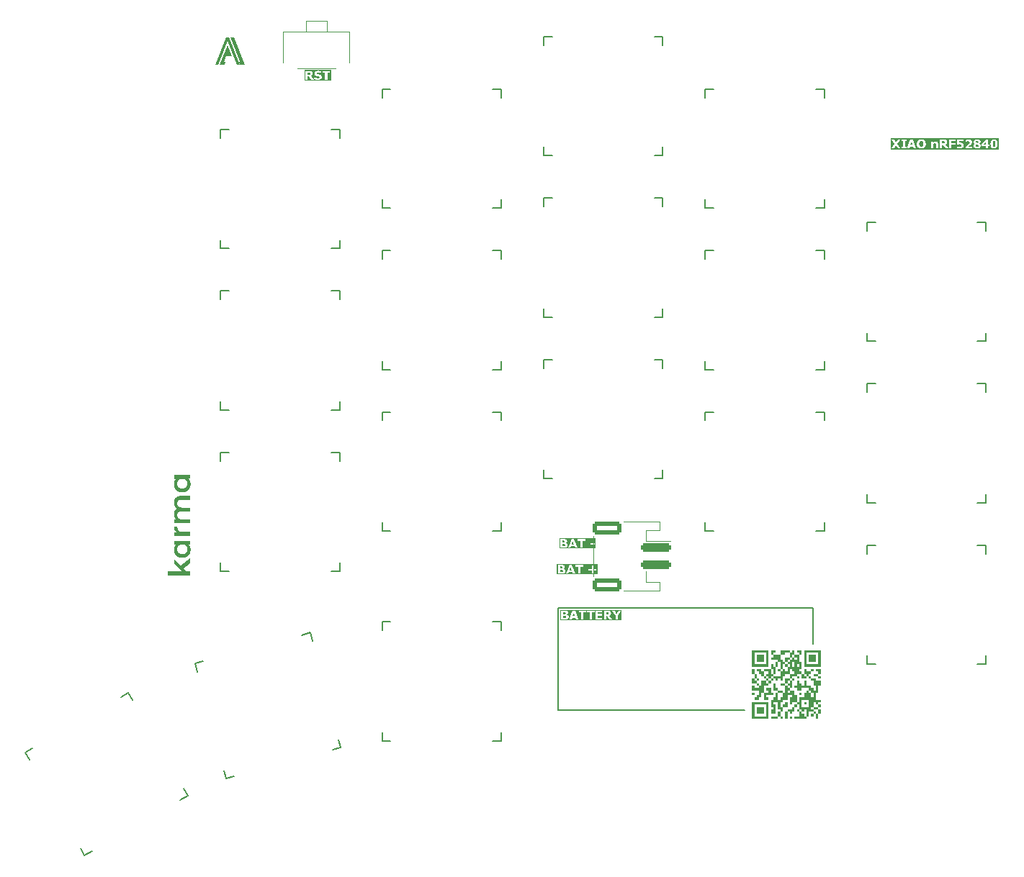
<source format=gbr>
%TF.GenerationSoftware,KiCad,Pcbnew,8.0.5*%
%TF.CreationDate,2024-12-10T18:52:19+08:00*%
%TF.ProjectId,pcb-right,7063622d-7269-4676-9874-2e6b69636164,0.32*%
%TF.SameCoordinates,Original*%
%TF.FileFunction,Legend,Top*%
%TF.FilePolarity,Positive*%
%FSLAX46Y46*%
G04 Gerber Fmt 4.6, Leading zero omitted, Abs format (unit mm)*
G04 Created by KiCad (PCBNEW 8.0.5) date 2024-12-10 18:52:19*
%MOMM*%
%LPD*%
G01*
G04 APERTURE LIST*
G04 Aperture macros list*
%AMRoundRect*
0 Rectangle with rounded corners*
0 $1 Rounding radius*
0 $2 $3 $4 $5 $6 $7 $8 $9 X,Y pos of 4 corners*
0 Add a 4 corners polygon primitive as box body*
4,1,4,$2,$3,$4,$5,$6,$7,$8,$9,$2,$3,0*
0 Add four circle primitives for the rounded corners*
1,1,$1+$1,$2,$3*
1,1,$1+$1,$4,$5*
1,1,$1+$1,$6,$7*
1,1,$1+$1,$8,$9*
0 Add four rect primitives between the rounded corners*
20,1,$1+$1,$2,$3,$4,$5,0*
20,1,$1+$1,$4,$5,$6,$7,0*
20,1,$1+$1,$6,$7,$8,$9,0*
20,1,$1+$1,$8,$9,$2,$3,0*%
G04 Aperture macros list end*
%ADD10C,0.000000*%
%ADD11C,0.150000*%
%ADD12C,0.250000*%
%ADD13C,0.120000*%
%ADD14C,1.701800*%
%ADD15C,3.000000*%
%ADD16C,3.429000*%
%ADD17C,3.800000*%
%ADD18C,2.100000*%
%ADD19RoundRect,0.250000X-1.500000X0.250000X-1.500000X-0.250000X1.500000X-0.250000X1.500000X0.250000X0*%
%ADD20RoundRect,0.250001X-1.449999X0.499999X-1.449999X-0.499999X1.449999X-0.499999X1.449999X0.499999X0*%
%ADD21O,1.800000X2.750000*%
%ADD22C,1.397000*%
G04 APERTURE END LIST*
D10*
G36*
X134995625Y-109733750D02*
G01*
X134717813Y-109733750D01*
X134717813Y-109455937D01*
X134995625Y-109455937D01*
X134995625Y-109733750D01*
G37*
G36*
X129439375Y-108622500D02*
G01*
X129161563Y-108622500D01*
X129161563Y-108344687D01*
X129439375Y-108344687D01*
X129439375Y-108622500D01*
G37*
G36*
X129439375Y-110011562D02*
G01*
X129161563Y-110011562D01*
X129161563Y-109733750D01*
X129439375Y-109733750D01*
X129439375Y-110011562D01*
G37*
G36*
X131106251Y-112789687D02*
G01*
X130828438Y-112789687D01*
X130828438Y-112511875D01*
X131106251Y-112511875D01*
X131106251Y-112789687D01*
G37*
G36*
X132217500Y-108900312D02*
G01*
X131939688Y-108900312D01*
X131939688Y-108622500D01*
X132217500Y-108622500D01*
X132217500Y-108900312D01*
G37*
G36*
X130550625Y-110567188D02*
G01*
X130272813Y-110567188D01*
X130272813Y-110289375D01*
X130550625Y-110289375D01*
X130550625Y-110567188D01*
G37*
G36*
X130550625Y-113345312D02*
G01*
X130272813Y-113345312D01*
X130272813Y-113067500D01*
X130550625Y-113067500D01*
X130550625Y-113345312D01*
G37*
D11*
X104122187Y-113416874D02*
X126078437Y-113416874D01*
D10*
G36*
X133884375Y-109733750D02*
G01*
X133606563Y-109733750D01*
X133606563Y-109455937D01*
X133884375Y-109455937D01*
X133884375Y-109733750D01*
G37*
G36*
X129717188Y-110567188D02*
G01*
X129439375Y-110567188D01*
X129439375Y-110289375D01*
X129717188Y-110289375D01*
X129717188Y-110567188D01*
G37*
G36*
X130550625Y-108344687D02*
G01*
X130272813Y-108344687D01*
X130272813Y-108066875D01*
X130550625Y-108066875D01*
X130550625Y-108344687D01*
G37*
G36*
X131384063Y-107511250D02*
G01*
X131106251Y-107511250D01*
X131106251Y-107233437D01*
X131384063Y-107233437D01*
X131384063Y-107511250D01*
G37*
G36*
X131384063Y-110011562D02*
G01*
X131106251Y-110011562D01*
X131106251Y-109733750D01*
X131384063Y-109733750D01*
X131384063Y-110011562D01*
G37*
G36*
X130272813Y-112789687D02*
G01*
X129995000Y-112789687D01*
X129995000Y-112511875D01*
X130272813Y-112511875D01*
X130272813Y-112789687D01*
G37*
G36*
X134995625Y-113900937D02*
G01*
X134717813Y-113900937D01*
X134717813Y-113623125D01*
X134995625Y-113623125D01*
X134995625Y-113900937D01*
G37*
G36*
X129717188Y-113345312D02*
G01*
X129439375Y-113345312D01*
X129439375Y-113067500D01*
X129717188Y-113067500D01*
X129717188Y-113345312D01*
G37*
G36*
X67270017Y-37526801D02*
G01*
X66912180Y-37526801D01*
X65644416Y-34275595D01*
X66002253Y-34275595D01*
X67270017Y-37526801D01*
G37*
G36*
X129717188Y-109733750D02*
G01*
X129439375Y-109733750D01*
X129439375Y-109455937D01*
X129717188Y-109455937D01*
X129717188Y-109733750D01*
G37*
G36*
X130550625Y-111400625D02*
G01*
X130272813Y-111400625D01*
X130272813Y-111122812D01*
X130550625Y-111122812D01*
X130550625Y-111400625D01*
G37*
G36*
X133328750Y-112789687D02*
G01*
X133050938Y-112789687D01*
X133050938Y-112511875D01*
X133328750Y-112511875D01*
X133328750Y-112789687D01*
G37*
G36*
X128883750Y-108344687D02*
G01*
X126939063Y-108344687D01*
X126939063Y-108052984D01*
X127230766Y-108052984D01*
X128592047Y-108052984D01*
X128592047Y-106691703D01*
X127230766Y-106691703D01*
X127230766Y-108052984D01*
X126939063Y-108052984D01*
X126939063Y-106691703D01*
X126939063Y-106400000D01*
X128883750Y-106400000D01*
X128883750Y-108344687D01*
G37*
G36*
X131661875Y-107789062D02*
G01*
X131384063Y-107789062D01*
X131384063Y-107511250D01*
X131661875Y-107511250D01*
X131661875Y-107789062D01*
G37*
G36*
X131661875Y-111400625D02*
G01*
X131384063Y-111400625D01*
X131384063Y-111122812D01*
X131661875Y-111122812D01*
X131661875Y-111400625D01*
G37*
G36*
X131106251Y-114178750D02*
G01*
X130828438Y-114178750D01*
X130828438Y-113900937D01*
X131106251Y-113900937D01*
X131106251Y-114178750D01*
G37*
G36*
X131939688Y-112234062D02*
G01*
X131661875Y-112234062D01*
X131661875Y-111956250D01*
X131939688Y-111956250D01*
X131939688Y-112234062D01*
G37*
G36*
X130272813Y-107511250D02*
G01*
X129995000Y-107511250D01*
X129995000Y-107233437D01*
X130272813Y-107233437D01*
X130272813Y-107511250D01*
G37*
G36*
X129161563Y-108900312D02*
G01*
X128883750Y-108900312D01*
X128883750Y-108622500D01*
X129161563Y-108622500D01*
X129161563Y-108900312D01*
G37*
G36*
X132495313Y-109733750D02*
G01*
X132217500Y-109733750D01*
X132217500Y-109455937D01*
X132495313Y-109455937D01*
X132495313Y-109733750D01*
G37*
G36*
X130272813Y-113345312D02*
G01*
X129995000Y-113345312D01*
X129995000Y-113067500D01*
X130272813Y-113067500D01*
X130272813Y-113345312D01*
G37*
G36*
X128605938Y-111956250D02*
G01*
X128328125Y-111956250D01*
X128328125Y-111678437D01*
X128605938Y-111678437D01*
X128605938Y-111956250D01*
G37*
G36*
X133606563Y-113345312D02*
G01*
X133328750Y-113345312D01*
X133328750Y-113067500D01*
X133606563Y-113067500D01*
X133606563Y-113345312D01*
G37*
G36*
X134440000Y-109455937D02*
G01*
X134162188Y-109455937D01*
X134162188Y-109178125D01*
X134440000Y-109178125D01*
X134440000Y-109455937D01*
G37*
G36*
X131661875Y-109455937D02*
G01*
X131384063Y-109455937D01*
X131384063Y-109178125D01*
X131661875Y-109178125D01*
X131661875Y-109455937D01*
G37*
G36*
X131939688Y-107789062D02*
G01*
X131661875Y-107789062D01*
X131661875Y-107511250D01*
X131939688Y-107511250D01*
X131939688Y-107789062D01*
G37*
D11*
X104122187Y-113416874D02*
X104122187Y-101416874D01*
D10*
G36*
X131661875Y-114456562D02*
G01*
X131384063Y-114456562D01*
X131384063Y-114178750D01*
X131661875Y-114178750D01*
X131661875Y-114456562D01*
G37*
G36*
X129717188Y-108622500D02*
G01*
X129439375Y-108622500D01*
X129439375Y-108344687D01*
X129717188Y-108344687D01*
X129717188Y-108622500D01*
G37*
G36*
X134717813Y-108900312D02*
G01*
X134440000Y-108900312D01*
X134440000Y-108622500D01*
X134717813Y-108622500D01*
X134717813Y-108900312D01*
G37*
G36*
X128883750Y-108900312D02*
G01*
X128605938Y-108900312D01*
X128605938Y-108622500D01*
X128883750Y-108622500D01*
X128883750Y-108900312D01*
G37*
G36*
X127216875Y-110845000D02*
G01*
X126939063Y-110845000D01*
X126939063Y-110567188D01*
X127216875Y-110567188D01*
X127216875Y-110845000D01*
G37*
G36*
X133606563Y-111956250D02*
G01*
X133328750Y-111956250D01*
X133328750Y-111678437D01*
X133606563Y-111678437D01*
X133606563Y-111956250D01*
G37*
G36*
X130272813Y-112511875D02*
G01*
X129995000Y-112511875D01*
X129995000Y-112234062D01*
X130272813Y-112234062D01*
X130272813Y-112511875D01*
G37*
G36*
X129439375Y-108344687D02*
G01*
X129161563Y-108344687D01*
X129161563Y-108066875D01*
X129439375Y-108066875D01*
X129439375Y-108344687D01*
G37*
G36*
X129439375Y-113900937D02*
G01*
X129161563Y-113900937D01*
X129161563Y-113623125D01*
X129439375Y-113623125D01*
X129439375Y-113900937D01*
G37*
G36*
X133050938Y-113623125D02*
G01*
X132773125Y-113623125D01*
X132773125Y-113345312D01*
X133050938Y-113345312D01*
X133050938Y-113623125D01*
G37*
G36*
X129995000Y-107233437D02*
G01*
X129717188Y-107233437D01*
X129717188Y-106955625D01*
X129995000Y-106955625D01*
X129995000Y-107233437D01*
G37*
G36*
X131384063Y-108622500D02*
G01*
X131106251Y-108622500D01*
X131106251Y-108344687D01*
X131384063Y-108344687D01*
X131384063Y-108622500D01*
G37*
G36*
X133884375Y-111956250D02*
G01*
X133606563Y-111956250D01*
X133606563Y-111678437D01*
X133884375Y-111678437D01*
X133884375Y-111956250D01*
G37*
G36*
X127216875Y-109178125D02*
G01*
X126939063Y-109178125D01*
X126939063Y-108900312D01*
X127216875Y-108900312D01*
X127216875Y-109178125D01*
G37*
G36*
X131939688Y-107511250D02*
G01*
X131661875Y-107511250D01*
X131661875Y-107233437D01*
X131939688Y-107233437D01*
X131939688Y-107511250D01*
G37*
G36*
X130272813Y-107233437D02*
G01*
X129995000Y-107233437D01*
X129995000Y-106955625D01*
X130272813Y-106955625D01*
X130272813Y-107233437D01*
G37*
G36*
X132217500Y-112511875D02*
G01*
X131939688Y-112511875D01*
X131939688Y-112234062D01*
X132217500Y-112234062D01*
X132217500Y-112511875D01*
G37*
G36*
X59387885Y-91828558D02*
G01*
X59385706Y-91842367D01*
X59383861Y-91855840D01*
X59382351Y-91868979D01*
X59381175Y-91881782D01*
X59380335Y-91894249D01*
X59379830Y-91906381D01*
X59379662Y-91918178D01*
X59380256Y-91950381D01*
X59382039Y-91981689D01*
X59385010Y-92012103D01*
X59389169Y-92041623D01*
X59394516Y-92070248D01*
X59401051Y-92097978D01*
X59408775Y-92124815D01*
X59417686Y-92150756D01*
X59427785Y-92175804D01*
X59439072Y-92199956D01*
X59451547Y-92223214D01*
X59465209Y-92245578D01*
X59480059Y-92267047D01*
X59496096Y-92287621D01*
X59513321Y-92307301D01*
X59531733Y-92326086D01*
X59551267Y-92343850D01*
X59571850Y-92360469D01*
X59593480Y-92375941D01*
X59616159Y-92390267D01*
X59639885Y-92403447D01*
X59664660Y-92415481D01*
X59690483Y-92426369D01*
X59717354Y-92436111D01*
X59745274Y-92444706D01*
X59774242Y-92452156D01*
X59804258Y-92458459D01*
X59835322Y-92463617D01*
X59867435Y-92467628D01*
X59900597Y-92470493D01*
X59934807Y-92472212D01*
X59970065Y-92472785D01*
X60896791Y-92472785D01*
X60896791Y-92920055D01*
X58986081Y-92920055D01*
X58986081Y-92494257D01*
X59265173Y-92494257D01*
X59246681Y-92481894D01*
X59228776Y-92468958D01*
X59211459Y-92455450D01*
X59194728Y-92441368D01*
X59178585Y-92426713D01*
X59163028Y-92411485D01*
X59148059Y-92395683D01*
X59133676Y-92379309D01*
X59119881Y-92362362D01*
X59106673Y-92344842D01*
X59094051Y-92326749D01*
X59082017Y-92308082D01*
X59070570Y-92288843D01*
X59059710Y-92269030D01*
X59049437Y-92248645D01*
X59039750Y-92227686D01*
X59030651Y-92206155D01*
X59022139Y-92184050D01*
X59014214Y-92161372D01*
X59006876Y-92138122D01*
X59000125Y-92114298D01*
X58993962Y-92089901D01*
X58983395Y-92039388D01*
X58975176Y-91986583D01*
X58969306Y-91931486D01*
X58965784Y-91874096D01*
X58964610Y-91814415D01*
X59390398Y-91814415D01*
X59387885Y-91828558D01*
G37*
G36*
X134440000Y-107789062D02*
G01*
X133606563Y-107789062D01*
X133606563Y-106955625D01*
X134440000Y-106955625D01*
X134440000Y-107789062D01*
G37*
G36*
X128328125Y-111400625D02*
G01*
X128050313Y-111400625D01*
X128050313Y-111122812D01*
X128328125Y-111122812D01*
X128328125Y-111400625D01*
G37*
G36*
X129717188Y-108900312D02*
G01*
X129439375Y-108900312D01*
X129439375Y-108622500D01*
X129717188Y-108622500D01*
X129717188Y-108900312D01*
G37*
G36*
X133328750Y-111678437D02*
G01*
X133050938Y-111678437D01*
X133050938Y-111400625D01*
X133328750Y-111400625D01*
X133328750Y-111678437D01*
G37*
G36*
X133050938Y-109733750D02*
G01*
X132773125Y-109733750D01*
X132773125Y-109455937D01*
X133050938Y-109455937D01*
X133050938Y-109733750D01*
G37*
G36*
X130550625Y-108622500D02*
G01*
X130272813Y-108622500D01*
X130272813Y-108344687D01*
X130550625Y-108344687D01*
X130550625Y-108622500D01*
G37*
G36*
X133884375Y-112789687D02*
G01*
X133606563Y-112789687D01*
X133606563Y-112511875D01*
X133884375Y-112511875D01*
X133884375Y-112789687D01*
G37*
G36*
X132773125Y-112511875D02*
G01*
X132495313Y-112511875D01*
X132495313Y-112234062D01*
X132773125Y-112234062D01*
X132773125Y-112511875D01*
G37*
G36*
X129995000Y-112234062D02*
G01*
X129717188Y-112234062D01*
X129717188Y-111956250D01*
X129995000Y-111956250D01*
X129995000Y-112234062D01*
G37*
G36*
X130550625Y-106955625D02*
G01*
X130272813Y-106955625D01*
X130272813Y-106677812D01*
X130550625Y-106677812D01*
X130550625Y-106955625D01*
G37*
G36*
X127772500Y-111122812D02*
G01*
X127494688Y-111122812D01*
X127494688Y-110845000D01*
X127772500Y-110845000D01*
X127772500Y-111122812D01*
G37*
G36*
X131939688Y-113623125D02*
G01*
X131661875Y-113623125D01*
X131661875Y-113345312D01*
X131939688Y-113345312D01*
X131939688Y-113623125D01*
G37*
G36*
X131106251Y-111678437D02*
G01*
X130828438Y-111678437D01*
X130828438Y-111400625D01*
X131106251Y-111400625D01*
X131106251Y-111678437D01*
G37*
G36*
X130828438Y-106677812D02*
G01*
X130550625Y-106677812D01*
X130550625Y-106400000D01*
X130828438Y-106400000D01*
X130828438Y-106677812D01*
G37*
G36*
X133328750Y-108900312D02*
G01*
X133050938Y-108900312D01*
X133050938Y-108622500D01*
X133328750Y-108622500D01*
X133328750Y-108900312D01*
G37*
G36*
X129717188Y-113067500D02*
G01*
X129439375Y-113067500D01*
X129439375Y-112789687D01*
X129717188Y-112789687D01*
X129717188Y-113067500D01*
G37*
G36*
X131661875Y-113623125D02*
G01*
X131384063Y-113623125D01*
X131384063Y-113345312D01*
X131661875Y-113345312D01*
X131661875Y-113623125D01*
G37*
G36*
X129717188Y-112511875D02*
G01*
X129439375Y-112511875D01*
X129439375Y-112234062D01*
X129717188Y-112234062D01*
X129717188Y-112511875D01*
G37*
G36*
X131661875Y-108344687D02*
G01*
X131384063Y-108344687D01*
X131384063Y-108066875D01*
X131661875Y-108066875D01*
X131661875Y-108344687D01*
G37*
G36*
X134162188Y-113623125D02*
G01*
X133884375Y-113623125D01*
X133884375Y-113345312D01*
X134162188Y-113345312D01*
X134162188Y-113623125D01*
G37*
G36*
X132495313Y-108066875D02*
G01*
X132217500Y-108066875D01*
X132217500Y-107789062D01*
X132495313Y-107789062D01*
X132495313Y-108066875D01*
G37*
G36*
X128328125Y-111122812D02*
G01*
X128050313Y-111122812D01*
X128050313Y-110845000D01*
X128328125Y-110845000D01*
X128328125Y-111122812D01*
G37*
G36*
X130550625Y-114456562D02*
G01*
X130272813Y-114456562D01*
X130272813Y-114178750D01*
X130550625Y-114178750D01*
X130550625Y-114456562D01*
G37*
G36*
X131384063Y-113623125D02*
G01*
X131106251Y-113623125D01*
X131106251Y-113345312D01*
X131384063Y-113345312D01*
X131384063Y-113623125D01*
G37*
G36*
X134717813Y-109455937D02*
G01*
X134440000Y-109455937D01*
X134440000Y-109178125D01*
X134717813Y-109178125D01*
X134717813Y-109455937D01*
G37*
G36*
X128605938Y-110567188D02*
G01*
X128328125Y-110567188D01*
X128328125Y-110289375D01*
X128605938Y-110289375D01*
X128605938Y-110567188D01*
G37*
G36*
X134162188Y-111400625D02*
G01*
X133884375Y-111400625D01*
X133884375Y-111122812D01*
X134162188Y-111122812D01*
X134162188Y-111400625D01*
G37*
G36*
X132495313Y-111122812D02*
G01*
X132217500Y-111122812D01*
X132217500Y-110845000D01*
X132495313Y-110845000D01*
X132495313Y-111122812D01*
G37*
G36*
X131939688Y-106955625D02*
G01*
X131661875Y-106955625D01*
X131661875Y-106677812D01*
X131939688Y-106677812D01*
X131939688Y-106955625D01*
G37*
D11*
X104122187Y-101416874D02*
X134122187Y-101416874D01*
D10*
G36*
X133328750Y-109733750D02*
G01*
X133050938Y-109733750D01*
X133050938Y-109455937D01*
X133328750Y-109455937D01*
X133328750Y-109733750D01*
G37*
G36*
X132217500Y-110845000D02*
G01*
X131939688Y-110845000D01*
X131939688Y-110567188D01*
X132217500Y-110567188D01*
X132217500Y-110845000D01*
G37*
G36*
X129161563Y-111678437D02*
G01*
X128883750Y-111678437D01*
X128883750Y-111400625D01*
X129161563Y-111400625D01*
X129161563Y-111678437D01*
G37*
G36*
X128883750Y-112234062D02*
G01*
X128605938Y-112234062D01*
X128605938Y-111956250D01*
X128883750Y-111956250D01*
X128883750Y-112234062D01*
G37*
G36*
X131939688Y-106677812D02*
G01*
X131661875Y-106677812D01*
X131661875Y-106400000D01*
X131939688Y-106400000D01*
X131939688Y-106677812D01*
G37*
G36*
X134440000Y-110289375D02*
G01*
X134162188Y-110289375D01*
X134162188Y-110011562D01*
X134440000Y-110011562D01*
X134440000Y-110289375D01*
G37*
G36*
X131106251Y-110289375D02*
G01*
X130828438Y-110289375D01*
X130828438Y-110011562D01*
X131106251Y-110011562D01*
X131106251Y-110289375D01*
G37*
G36*
X131939688Y-108622500D02*
G01*
X131661875Y-108622500D01*
X131661875Y-108344687D01*
X131939688Y-108344687D01*
X131939688Y-108622500D01*
G37*
G36*
X127216875Y-110289375D02*
G01*
X126939063Y-110289375D01*
X126939063Y-110011562D01*
X127216875Y-110011562D01*
X127216875Y-110289375D01*
G37*
G36*
X133050938Y-114178750D02*
G01*
X132773125Y-114178750D01*
X132773125Y-113900937D01*
X133050938Y-113900937D01*
X133050938Y-114178750D01*
G37*
G36*
X134717813Y-113345312D02*
G01*
X134440000Y-113345312D01*
X134440000Y-113067500D01*
X134717813Y-113067500D01*
X134717813Y-113345312D01*
G37*
G36*
X127216875Y-111122812D02*
G01*
X126939063Y-111122812D01*
X126939063Y-110845000D01*
X127216875Y-110845000D01*
X127216875Y-111122812D01*
G37*
G36*
X131939688Y-111956250D02*
G01*
X131661875Y-111956250D01*
X131661875Y-111678437D01*
X131939688Y-111678437D01*
X131939688Y-111956250D01*
G37*
G36*
X130550625Y-108066875D02*
G01*
X130272813Y-108066875D01*
X130272813Y-107789062D01*
X130550625Y-107789062D01*
X130550625Y-108066875D01*
G37*
G36*
X130828438Y-113067500D02*
G01*
X130550625Y-113067500D01*
X130550625Y-112789687D01*
X130828438Y-112789687D01*
X130828438Y-113067500D01*
G37*
G36*
X132495313Y-114456562D02*
G01*
X132217500Y-114456562D01*
X132217500Y-114178750D01*
X132495313Y-114178750D01*
X132495313Y-114456562D01*
G37*
G36*
X128883750Y-109455937D02*
G01*
X128605938Y-109455937D01*
X128605938Y-109178125D01*
X128883750Y-109178125D01*
X128883750Y-109455937D01*
G37*
G36*
X127216875Y-111678437D02*
G01*
X126939063Y-111678437D01*
X126939063Y-111400625D01*
X127216875Y-111400625D01*
X127216875Y-111678437D01*
G37*
G36*
X132495313Y-107511250D02*
G01*
X132217500Y-107511250D01*
X132217500Y-107233437D01*
X132495313Y-107233437D01*
X132495313Y-107511250D01*
G37*
G36*
X128050313Y-111956250D02*
G01*
X127772500Y-111956250D01*
X127772500Y-111678437D01*
X128050313Y-111678437D01*
X128050313Y-111956250D01*
G37*
G36*
X134162188Y-114178750D02*
G01*
X133884375Y-114178750D01*
X133884375Y-113900937D01*
X134162188Y-113900937D01*
X134162188Y-114178750D01*
G37*
G36*
X127772500Y-110567188D02*
G01*
X127494688Y-110567188D01*
X127494688Y-110289375D01*
X127772500Y-110289375D01*
X127772500Y-110567188D01*
G37*
G36*
X133050938Y-112234062D02*
G01*
X132773125Y-112234062D01*
X132773125Y-111956250D01*
X133050938Y-111956250D01*
X133050938Y-112234062D01*
G37*
G36*
X134162188Y-112234062D02*
G01*
X133884375Y-112234062D01*
X133884375Y-111956250D01*
X134162188Y-111956250D01*
X134162188Y-112234062D01*
G37*
G36*
X131384063Y-109178125D02*
G01*
X131106251Y-109178125D01*
X131106251Y-108900312D01*
X131384063Y-108900312D01*
X131384063Y-109178125D01*
G37*
G36*
X128050313Y-108900312D02*
G01*
X127772500Y-108900312D01*
X127772500Y-108622500D01*
X128050313Y-108622500D01*
X128050313Y-108900312D01*
G37*
G36*
X132495313Y-107789062D02*
G01*
X132217500Y-107789062D01*
X132217500Y-107511250D01*
X132495313Y-107511250D01*
X132495313Y-107789062D01*
G37*
G36*
X129717188Y-107511250D02*
G01*
X129439375Y-107511250D01*
X129439375Y-107233437D01*
X129717188Y-107233437D01*
X129717188Y-107511250D01*
G37*
G36*
X128328125Y-110289375D02*
G01*
X128050313Y-110289375D01*
X128050313Y-110011562D01*
X128328125Y-110011562D01*
X128328125Y-110289375D01*
G37*
G36*
X131939688Y-110011562D02*
G01*
X131661875Y-110011562D01*
X131661875Y-109733750D01*
X131939688Y-109733750D01*
X131939688Y-110011562D01*
G37*
G36*
X132773125Y-114178750D02*
G01*
X132495313Y-114178750D01*
X132495313Y-113900937D01*
X132773125Y-113900937D01*
X132773125Y-114178750D01*
G37*
G36*
X129439375Y-112789687D02*
G01*
X129161563Y-112789687D01*
X129161563Y-112511875D01*
X129439375Y-112511875D01*
X129439375Y-112789687D01*
G37*
G36*
X131106251Y-107511250D02*
G01*
X130828438Y-107511250D01*
X130828438Y-107233437D01*
X131106251Y-107233437D01*
X131106251Y-107511250D01*
G37*
G36*
X134162188Y-112511875D02*
G01*
X133884375Y-112511875D01*
X133884375Y-112234062D01*
X134162188Y-112234062D01*
X134162188Y-112511875D01*
G37*
G36*
X128328125Y-107789062D02*
G01*
X127494688Y-107789062D01*
X127494688Y-106955625D01*
X128328125Y-106955625D01*
X128328125Y-107789062D01*
G37*
G36*
X129995000Y-112511875D02*
G01*
X129717188Y-112511875D01*
X129717188Y-112234062D01*
X129995000Y-112234062D01*
X129995000Y-112511875D01*
G37*
G36*
X131939688Y-112511875D02*
G01*
X131661875Y-112511875D01*
X131661875Y-112234062D01*
X131939688Y-112234062D01*
X131939688Y-112511875D01*
G37*
G36*
X133884375Y-112511875D02*
G01*
X133606563Y-112511875D01*
X133606563Y-112234062D01*
X133884375Y-112234062D01*
X133884375Y-112511875D01*
G37*
G36*
X60896791Y-96129639D02*
G01*
X60077410Y-96791591D01*
X60392274Y-97124358D01*
X60896791Y-97124358D01*
X60896791Y-97571624D01*
X58241824Y-97571624D01*
X58241824Y-97124358D01*
X59844814Y-97124358D01*
X58986081Y-96197622D01*
X58986081Y-95660901D01*
X59787583Y-96458827D01*
X60896791Y-95585760D01*
X60896791Y-96129639D01*
G37*
G36*
X129439375Y-114456562D02*
G01*
X129161563Y-114456562D01*
X129161563Y-114178750D01*
X129439375Y-114178750D01*
X129439375Y-114456562D01*
G37*
G36*
X133050938Y-110845000D02*
G01*
X132773125Y-110845000D01*
X132773125Y-110567188D01*
X133050938Y-110567188D01*
X133050938Y-110845000D01*
G37*
G36*
X127216875Y-108900312D02*
G01*
X126939063Y-108900312D01*
X126939063Y-108622500D01*
X127216875Y-108622500D01*
X127216875Y-108900312D01*
G37*
G36*
X60896791Y-93932667D02*
G01*
X60649907Y-93932667D01*
X60666637Y-93946735D01*
X60682836Y-93961208D01*
X60698504Y-93976087D01*
X60713641Y-93991371D01*
X60728247Y-94007060D01*
X60742322Y-94023155D01*
X60755866Y-94039655D01*
X60768879Y-94056560D01*
X60781361Y-94073871D01*
X60793312Y-94091586D01*
X60804732Y-94109708D01*
X60815620Y-94128234D01*
X60825977Y-94147166D01*
X60835803Y-94166503D01*
X60845098Y-94186246D01*
X60853861Y-94206394D01*
X60862093Y-94226877D01*
X60869794Y-94247626D01*
X60876964Y-94268640D01*
X60883603Y-94289920D01*
X60889710Y-94311466D01*
X60895287Y-94333277D01*
X60900332Y-94355353D01*
X60904846Y-94377695D01*
X60908830Y-94400303D01*
X60912282Y-94423176D01*
X60915203Y-94446315D01*
X60917593Y-94469719D01*
X60919452Y-94493389D01*
X60920779Y-94517325D01*
X60921576Y-94541527D01*
X60921842Y-94565994D01*
X60921366Y-94600650D01*
X60919941Y-94634845D01*
X60917565Y-94668579D01*
X60914238Y-94701852D01*
X60909961Y-94734663D01*
X60904734Y-94767013D01*
X60898556Y-94798902D01*
X60891428Y-94830329D01*
X60883350Y-94861295D01*
X60874322Y-94891800D01*
X60864343Y-94921844D01*
X60853414Y-94951426D01*
X60841534Y-94980547D01*
X60828705Y-95009207D01*
X60814925Y-95037406D01*
X60800195Y-95065143D01*
X60784594Y-95092272D01*
X60768211Y-95118647D01*
X60751046Y-95144267D01*
X60733098Y-95169132D01*
X60714368Y-95193243D01*
X60694856Y-95216599D01*
X60674560Y-95239200D01*
X60653483Y-95261046D01*
X60631622Y-95282138D01*
X60608979Y-95302475D01*
X60585553Y-95322057D01*
X60561344Y-95340884D01*
X60536351Y-95358957D01*
X60510576Y-95376275D01*
X60484018Y-95392838D01*
X60456676Y-95408646D01*
X60428668Y-95423594D01*
X60400101Y-95437578D01*
X60370974Y-95450597D01*
X60341288Y-95462652D01*
X60311043Y-95473743D01*
X60280239Y-95483869D01*
X60248875Y-95493032D01*
X60216952Y-95501229D01*
X60184470Y-95508462D01*
X60151429Y-95514731D01*
X60117828Y-95520036D01*
X60083668Y-95524376D01*
X60048949Y-95527751D01*
X60013671Y-95530162D01*
X59977833Y-95531609D01*
X59941436Y-95532091D01*
X59905047Y-95531609D01*
X59869230Y-95530162D01*
X59833987Y-95527751D01*
X59799318Y-95524376D01*
X59765221Y-95520036D01*
X59731698Y-95514731D01*
X59698748Y-95508462D01*
X59666371Y-95501229D01*
X59634567Y-95493032D01*
X59603336Y-95483869D01*
X59572678Y-95473743D01*
X59542593Y-95462652D01*
X59513080Y-95450597D01*
X59484141Y-95437578D01*
X59455774Y-95423594D01*
X59427979Y-95408646D01*
X59400858Y-95392838D01*
X59374505Y-95376275D01*
X59348921Y-95358957D01*
X59324105Y-95340884D01*
X59300058Y-95322057D01*
X59276779Y-95302475D01*
X59254269Y-95282138D01*
X59232528Y-95261046D01*
X59211555Y-95239200D01*
X59191351Y-95216599D01*
X59171915Y-95193243D01*
X59153249Y-95169132D01*
X59135351Y-95144267D01*
X59118221Y-95118647D01*
X59101861Y-95092272D01*
X59086269Y-95065143D01*
X59071537Y-95037406D01*
X59057755Y-95009207D01*
X59044924Y-94980547D01*
X59033043Y-94951426D01*
X59022113Y-94921844D01*
X59012133Y-94891800D01*
X59003103Y-94861295D01*
X58995025Y-94830329D01*
X58987896Y-94798902D01*
X58981718Y-94767013D01*
X58976490Y-94734663D01*
X58972213Y-94701852D01*
X58968887Y-94668579D01*
X58966511Y-94634845D01*
X58965085Y-94600650D01*
X58964610Y-94565994D01*
X58964861Y-94542855D01*
X58965616Y-94519953D01*
X58965841Y-94515900D01*
X59343889Y-94515900D01*
X59344532Y-94546419D01*
X59346461Y-94576254D01*
X59349676Y-94605403D01*
X59354176Y-94633867D01*
X59359963Y-94661647D01*
X59367035Y-94688741D01*
X59375394Y-94715151D01*
X59385038Y-94740875D01*
X59395968Y-94765915D01*
X59408184Y-94790270D01*
X59421685Y-94813940D01*
X59436472Y-94836926D01*
X59452545Y-94859226D01*
X59469904Y-94880842D01*
X59488548Y-94901773D01*
X59508478Y-94922019D01*
X59529461Y-94941300D01*
X59551253Y-94959337D01*
X59573855Y-94976130D01*
X59597268Y-94991680D01*
X59621490Y-95005985D01*
X59646523Y-95019046D01*
X59672366Y-95030864D01*
X59699019Y-95041437D01*
X59726483Y-95050767D01*
X59754758Y-95058852D01*
X59783843Y-95065694D01*
X59813739Y-95071292D01*
X59844447Y-95075646D01*
X59875965Y-95078756D01*
X59908295Y-95080622D01*
X59941436Y-95081243D01*
X59974576Y-95080622D01*
X60006904Y-95078756D01*
X60038422Y-95075646D01*
X60069129Y-95071292D01*
X60099026Y-95065694D01*
X60128112Y-95058852D01*
X60156387Y-95050767D01*
X60183852Y-95041437D01*
X60210506Y-95030864D01*
X60236349Y-95019046D01*
X60261382Y-95005985D01*
X60285603Y-94991680D01*
X60309014Y-94976130D01*
X60331614Y-94959337D01*
X60353403Y-94941300D01*
X60374381Y-94922019D01*
X60394316Y-94901773D01*
X60412964Y-94880842D01*
X60430325Y-94859226D01*
X60446400Y-94836926D01*
X60461189Y-94813940D01*
X60474692Y-94790270D01*
X60486908Y-94765915D01*
X60497838Y-94740875D01*
X60507482Y-94715151D01*
X60515840Y-94688741D01*
X60522912Y-94661647D01*
X60528698Y-94633867D01*
X60533198Y-94605403D01*
X60536412Y-94576254D01*
X60538341Y-94546419D01*
X60538984Y-94515900D01*
X60538341Y-94485374D01*
X60536412Y-94455519D01*
X60533198Y-94426335D01*
X60528698Y-94397821D01*
X60522912Y-94369979D01*
X60515840Y-94342808D01*
X60507482Y-94316308D01*
X60497838Y-94290479D01*
X60486908Y-94265320D01*
X60474692Y-94240833D01*
X60461189Y-94217016D01*
X60446400Y-94193870D01*
X60430325Y-94171396D01*
X60412964Y-94149591D01*
X60394316Y-94128458D01*
X60374381Y-94107996D01*
X60353403Y-94088497D01*
X60331614Y-94070257D01*
X60309014Y-94053274D01*
X60285603Y-94037550D01*
X60261382Y-94023083D01*
X60236349Y-94009874D01*
X60210506Y-93997924D01*
X60183852Y-93987231D01*
X60156387Y-93977796D01*
X60128112Y-93969619D01*
X60099026Y-93962700D01*
X60069129Y-93957039D01*
X60038422Y-93952636D01*
X60006904Y-93949491D01*
X59974576Y-93947604D01*
X59941436Y-93946975D01*
X59908295Y-93947604D01*
X59875965Y-93949491D01*
X59844447Y-93952636D01*
X59813739Y-93957039D01*
X59783843Y-93962700D01*
X59754758Y-93969619D01*
X59726483Y-93977796D01*
X59699019Y-93987231D01*
X59672366Y-93997924D01*
X59646523Y-94009874D01*
X59621490Y-94023083D01*
X59597268Y-94037550D01*
X59573855Y-94053274D01*
X59551253Y-94070257D01*
X59529461Y-94088497D01*
X59508478Y-94107996D01*
X59488548Y-94128458D01*
X59469904Y-94149591D01*
X59452545Y-94171396D01*
X59436472Y-94193870D01*
X59421685Y-94217016D01*
X59408184Y-94240833D01*
X59395968Y-94265320D01*
X59385038Y-94290479D01*
X59375394Y-94316308D01*
X59367035Y-94342808D01*
X59359963Y-94369979D01*
X59354176Y-94397821D01*
X59349676Y-94426335D01*
X59346461Y-94455519D01*
X59344532Y-94485374D01*
X59343889Y-94515900D01*
X58965841Y-94515900D01*
X58966874Y-94497289D01*
X58968635Y-94474863D01*
X58970900Y-94452674D01*
X58973667Y-94430723D01*
X58976938Y-94409010D01*
X58980712Y-94387534D01*
X58984989Y-94366296D01*
X58989769Y-94345295D01*
X58995051Y-94324533D01*
X59000837Y-94304007D01*
X59007127Y-94283720D01*
X59013919Y-94263670D01*
X59021214Y-94243858D01*
X59029011Y-94224284D01*
X59037301Y-94204988D01*
X59046065Y-94186014D01*
X59055305Y-94167361D01*
X59065019Y-94149030D01*
X59075209Y-94131021D01*
X59085874Y-94113332D01*
X59097014Y-94095965D01*
X59108629Y-94078920D01*
X59120719Y-94062196D01*
X59133284Y-94045794D01*
X59146324Y-94029713D01*
X59159839Y-94013954D01*
X59173830Y-93998516D01*
X59188295Y-93983400D01*
X59203235Y-93968605D01*
X59218651Y-93954132D01*
X58986081Y-93954132D01*
X58986081Y-93506866D01*
X60896791Y-93506866D01*
X60896791Y-93932667D01*
G37*
G36*
X128883750Y-110011562D02*
G01*
X128605938Y-110011562D01*
X128605938Y-109733750D01*
X128883750Y-109733750D01*
X128883750Y-110011562D01*
G37*
G36*
X130550625Y-109178125D02*
G01*
X130272813Y-109178125D01*
X130272813Y-108900312D01*
X130550625Y-108900312D01*
X130550625Y-109178125D01*
G37*
G36*
X131106251Y-114456562D02*
G01*
X130828438Y-114456562D01*
X130828438Y-114178750D01*
X131106251Y-114178750D01*
X131106251Y-114456562D01*
G37*
G36*
X133606563Y-113623125D02*
G01*
X133328750Y-113623125D01*
X133328750Y-113345312D01*
X133606563Y-113345312D01*
X133606563Y-113623125D01*
G37*
G36*
X131661875Y-111678437D02*
G01*
X131384063Y-111678437D01*
X131384063Y-111400625D01*
X131661875Y-111400625D01*
X131661875Y-111678437D01*
G37*
G36*
X130550625Y-109455937D02*
G01*
X130272813Y-109455937D01*
X130272813Y-109178125D01*
X130550625Y-109178125D01*
X130550625Y-109455937D01*
G37*
G36*
X129995000Y-111122812D02*
G01*
X129717188Y-111122812D01*
X129717188Y-110845000D01*
X129995000Y-110845000D01*
X129995000Y-111122812D01*
G37*
G36*
X132773125Y-112789687D02*
G01*
X132495313Y-112789687D01*
X132495313Y-112511875D01*
X132773125Y-112511875D01*
X132773125Y-112789687D01*
G37*
G36*
X132217500Y-112234062D02*
G01*
X131939688Y-112234062D01*
X131939688Y-111956250D01*
X132217500Y-111956250D01*
X132217500Y-112234062D01*
G37*
G36*
X129439375Y-113067500D02*
G01*
X129161563Y-113067500D01*
X129161563Y-112789687D01*
X129439375Y-112789687D01*
X129439375Y-113067500D01*
G37*
G36*
X130272813Y-107789062D02*
G01*
X129995000Y-107789062D01*
X129995000Y-107511250D01*
X130272813Y-107511250D01*
X130272813Y-107789062D01*
G37*
G36*
X132773125Y-111678437D02*
G01*
X132495313Y-111678437D01*
X132495313Y-111400625D01*
X132773125Y-111400625D01*
X132773125Y-111678437D01*
G37*
G36*
X128050313Y-111400625D02*
G01*
X127772500Y-111400625D01*
X127772500Y-111122812D01*
X128050313Y-111122812D01*
X128050313Y-111400625D01*
G37*
G36*
X127494688Y-109455937D02*
G01*
X127216875Y-109455937D01*
X127216875Y-109178125D01*
X127494688Y-109178125D01*
X127494688Y-109455937D01*
G37*
G36*
X131939688Y-111678437D02*
G01*
X131661875Y-111678437D01*
X131661875Y-111400625D01*
X131939688Y-111400625D01*
X131939688Y-111678437D01*
G37*
G36*
X131661875Y-108066875D02*
G01*
X131384063Y-108066875D01*
X131384063Y-107789062D01*
X131661875Y-107789062D01*
X131661875Y-108066875D01*
G37*
G36*
X127216875Y-110011562D02*
G01*
X126939063Y-110011562D01*
X126939063Y-109733750D01*
X127216875Y-109733750D01*
X127216875Y-110011562D01*
G37*
G36*
X131939688Y-109455937D02*
G01*
X131661875Y-109455937D01*
X131661875Y-109178125D01*
X131939688Y-109178125D01*
X131939688Y-109455937D01*
G37*
G36*
X130550625Y-107789062D02*
G01*
X130272813Y-107789062D01*
X130272813Y-107511250D01*
X130550625Y-107511250D01*
X130550625Y-107789062D01*
G37*
G36*
X64198856Y-37526801D02*
G01*
X63841019Y-37526801D01*
X65108784Y-34275595D01*
X65466620Y-34275595D01*
X64198856Y-37526801D01*
G37*
G36*
X131661875Y-107233437D02*
G01*
X131384063Y-107233437D01*
X131384063Y-106955625D01*
X131661875Y-106955625D01*
X131661875Y-107233437D01*
G37*
G36*
X129439375Y-111678437D02*
G01*
X129161563Y-111678437D01*
X129161563Y-111400625D01*
X129439375Y-111400625D01*
X129439375Y-111678437D01*
G37*
G36*
X133884375Y-112234062D02*
G01*
X133606563Y-112234062D01*
X133606563Y-111956250D01*
X133884375Y-111956250D01*
X133884375Y-112234062D01*
G37*
G36*
X131939688Y-108900312D02*
G01*
X131661875Y-108900312D01*
X131661875Y-108622500D01*
X131939688Y-108622500D01*
X131939688Y-108900312D01*
G37*
G36*
X128605938Y-109733750D02*
G01*
X128328125Y-109733750D01*
X128328125Y-109455937D01*
X128605938Y-109455937D01*
X128605938Y-109733750D01*
G37*
G36*
X134717813Y-114456562D02*
G01*
X134440000Y-114456562D01*
X134440000Y-114178750D01*
X134717813Y-114178750D01*
X134717813Y-114456562D01*
G37*
G36*
X134717813Y-111122812D02*
G01*
X134440000Y-111122812D01*
X134440000Y-110845000D01*
X134717813Y-110845000D01*
X134717813Y-111122812D01*
G37*
G36*
X130828438Y-111956250D02*
G01*
X130550625Y-111956250D01*
X130550625Y-111678437D01*
X130828438Y-111678437D01*
X130828438Y-111956250D01*
G37*
G36*
X133884375Y-109178125D02*
G01*
X133606563Y-109178125D01*
X133606563Y-108900312D01*
X133884375Y-108900312D01*
X133884375Y-109178125D01*
G37*
G36*
X132495313Y-112789687D02*
G01*
X132217500Y-112789687D01*
X132217500Y-112511875D01*
X132495313Y-112511875D01*
X132495313Y-112789687D01*
G37*
G36*
X130272813Y-113067500D02*
G01*
X129995000Y-113067500D01*
X129995000Y-112789687D01*
X130272813Y-112789687D01*
X130272813Y-113067500D01*
G37*
G36*
X129717188Y-110845000D02*
G01*
X129439375Y-110845000D01*
X129439375Y-110567188D01*
X129717188Y-110567188D01*
X129717188Y-110845000D01*
G37*
G36*
X132217500Y-108066875D02*
G01*
X131939688Y-108066875D01*
X131939688Y-107789062D01*
X132217500Y-107789062D01*
X132217500Y-108066875D01*
G37*
G36*
X128050313Y-109178125D02*
G01*
X127772500Y-109178125D01*
X127772500Y-108900312D01*
X128050313Y-108900312D01*
X128050313Y-109178125D01*
G37*
G36*
X131661875Y-112789687D02*
G01*
X131384063Y-112789687D01*
X131384063Y-112511875D01*
X131661875Y-112511875D01*
X131661875Y-112789687D01*
G37*
G36*
X133328750Y-113345312D02*
G01*
X133050938Y-113345312D01*
X133050938Y-113067500D01*
X133328750Y-113067500D01*
X133328750Y-113345312D01*
G37*
G36*
X131939688Y-111400625D02*
G01*
X131661875Y-111400625D01*
X131661875Y-111122812D01*
X131939688Y-111122812D01*
X131939688Y-111400625D01*
G37*
G36*
X130828438Y-106955625D02*
G01*
X130550625Y-106955625D01*
X130550625Y-106677812D01*
X130828438Y-106677812D01*
X130828438Y-106955625D01*
G37*
G36*
X129161563Y-111400625D02*
G01*
X128883750Y-111400625D01*
X128883750Y-111122812D01*
X129161563Y-111122812D01*
X129161563Y-111400625D01*
G37*
G36*
X134162188Y-108900312D02*
G01*
X133884375Y-108900312D01*
X133884375Y-108622500D01*
X134162188Y-108622500D01*
X134162188Y-108900312D01*
G37*
G36*
X134440000Y-112511875D02*
G01*
X134162188Y-112511875D01*
X134162188Y-112234062D01*
X134440000Y-112234062D01*
X134440000Y-112511875D01*
G37*
G36*
X129995000Y-111956250D02*
G01*
X129717188Y-111956250D01*
X129717188Y-111678437D01*
X129995000Y-111678437D01*
X129995000Y-111956250D01*
G37*
G36*
X132495313Y-109178125D02*
G01*
X132217500Y-109178125D01*
X132217500Y-108900312D01*
X132495313Y-108900312D01*
X132495313Y-109178125D01*
G37*
G36*
X127772500Y-112234062D02*
G01*
X127494688Y-112234062D01*
X127494688Y-111956250D01*
X127772500Y-111956250D01*
X127772500Y-112234062D01*
G37*
G36*
X132773125Y-108066875D02*
G01*
X132495313Y-108066875D01*
X132495313Y-107789062D01*
X132773125Y-107789062D01*
X132773125Y-108066875D01*
G37*
G36*
X129717188Y-114456562D02*
G01*
X129439375Y-114456562D01*
X129439375Y-114178750D01*
X129717188Y-114178750D01*
X129717188Y-114456562D01*
G37*
G36*
X134995625Y-108344687D02*
G01*
X133050938Y-108344687D01*
X133050938Y-108052984D01*
X133342641Y-108052984D01*
X134703922Y-108052984D01*
X134703922Y-106691703D01*
X133342641Y-106691703D01*
X133342641Y-108052984D01*
X133050938Y-108052984D01*
X133050938Y-106691703D01*
X133050938Y-106400000D01*
X134995625Y-106400000D01*
X134995625Y-108344687D01*
G37*
G36*
X131106251Y-111400625D02*
G01*
X130828438Y-111400625D01*
X130828438Y-111122812D01*
X131106251Y-111122812D01*
X131106251Y-111400625D01*
G37*
G36*
X129161563Y-109455937D02*
G01*
X128883750Y-109455937D01*
X128883750Y-109178125D01*
X129161563Y-109178125D01*
X129161563Y-109455937D01*
G37*
G36*
X129995000Y-108066875D02*
G01*
X129717188Y-108066875D01*
X129717188Y-107789062D01*
X129995000Y-107789062D01*
X129995000Y-108066875D01*
G37*
G36*
X134440000Y-110011562D02*
G01*
X134162188Y-110011562D01*
X134162188Y-109733750D01*
X134440000Y-109733750D01*
X134440000Y-110011562D01*
G37*
G36*
X128050313Y-111122812D02*
G01*
X127772500Y-111122812D01*
X127772500Y-110845000D01*
X128050313Y-110845000D01*
X128050313Y-111122812D01*
G37*
G36*
X129717188Y-113900937D02*
G01*
X129439375Y-113900937D01*
X129439375Y-113623125D01*
X129717188Y-113623125D01*
X129717188Y-113900937D01*
G37*
G36*
X131661875Y-110845000D02*
G01*
X131384063Y-110845000D01*
X131384063Y-110567188D01*
X131661875Y-110567188D01*
X131661875Y-110845000D01*
G37*
G36*
X133884375Y-113067500D02*
G01*
X133606563Y-113067500D01*
X133606563Y-112789687D01*
X133884375Y-112789687D01*
X133884375Y-113067500D01*
G37*
G36*
X131384063Y-106677812D02*
G01*
X131106251Y-106677812D01*
X131106251Y-106400000D01*
X131384063Y-106400000D01*
X131384063Y-106677812D01*
G37*
G36*
X130272813Y-111400625D02*
G01*
X129995000Y-111400625D01*
X129995000Y-111122812D01*
X130272813Y-111122812D01*
X130272813Y-111400625D01*
G37*
G36*
X128328125Y-109178125D02*
G01*
X128050313Y-109178125D01*
X128050313Y-108900312D01*
X128328125Y-108900312D01*
X128328125Y-109178125D01*
G37*
G36*
X132773125Y-113900937D02*
G01*
X132495313Y-113900937D01*
X132495313Y-113623125D01*
X132773125Y-113623125D01*
X132773125Y-113900937D01*
G37*
G36*
X131661875Y-112511875D02*
G01*
X131384063Y-112511875D01*
X131384063Y-112234062D01*
X131661875Y-112234062D01*
X131661875Y-112511875D01*
G37*
G36*
X131106251Y-110011562D02*
G01*
X130828438Y-110011562D01*
X130828438Y-109733750D01*
X131106251Y-109733750D01*
X131106251Y-110011562D01*
G37*
G36*
X133884375Y-113345312D02*
G01*
X133606563Y-113345312D01*
X133606563Y-113067500D01*
X133884375Y-113067500D01*
X133884375Y-113345312D01*
G37*
G36*
X133050938Y-113345312D02*
G01*
X132773125Y-113345312D01*
X132773125Y-113067500D01*
X133050938Y-113067500D01*
X133050938Y-113345312D01*
G37*
G36*
X129995000Y-110011562D02*
G01*
X129717188Y-110011562D01*
X129717188Y-109733750D01*
X129995000Y-109733750D01*
X129995000Y-110011562D01*
G37*
G36*
X134717813Y-114178750D02*
G01*
X134440000Y-114178750D01*
X134440000Y-113900937D01*
X134717813Y-113900937D01*
X134717813Y-114178750D01*
G37*
G36*
X132773125Y-106677812D02*
G01*
X132495313Y-106677812D01*
X132495313Y-106400000D01*
X132773125Y-106400000D01*
X132773125Y-106677812D01*
G37*
G36*
X131106251Y-113900937D02*
G01*
X130828438Y-113900937D01*
X130828438Y-113623125D01*
X131106251Y-113623125D01*
X131106251Y-113900937D01*
G37*
G36*
X130550625Y-109733750D02*
G01*
X130272813Y-109733750D01*
X130272813Y-109455937D01*
X130550625Y-109455937D01*
X130550625Y-109733750D01*
G37*
G36*
X132217500Y-109455937D02*
G01*
X131939688Y-109455937D01*
X131939688Y-109178125D01*
X132217500Y-109178125D01*
X132217500Y-109455937D01*
G37*
G36*
X133606563Y-111678437D02*
G01*
X133328750Y-111678437D01*
X133328750Y-111400625D01*
X133606563Y-111400625D01*
X133606563Y-111678437D01*
G37*
G36*
X134162188Y-113067500D02*
G01*
X133884375Y-113067500D01*
X133884375Y-112789687D01*
X134162188Y-112789687D01*
X134162188Y-113067500D01*
G37*
G36*
X132773125Y-109178125D02*
G01*
X132495313Y-109178125D01*
X132495313Y-108900312D01*
X132773125Y-108900312D01*
X132773125Y-109178125D01*
G37*
G36*
X131661875Y-112234062D02*
G01*
X131384063Y-112234062D01*
X131384063Y-111956250D01*
X131661875Y-111956250D01*
X131661875Y-112234062D01*
G37*
G36*
X129161563Y-109178125D02*
G01*
X128883750Y-109178125D01*
X128883750Y-108900312D01*
X129161563Y-108900312D01*
X129161563Y-109178125D01*
G37*
G36*
X127772500Y-108900312D02*
G01*
X127494688Y-108900312D01*
X127494688Y-108622500D01*
X127772500Y-108622500D01*
X127772500Y-108900312D01*
G37*
G36*
X134995625Y-113067500D02*
G01*
X134717813Y-113067500D01*
X134717813Y-112789687D01*
X134995625Y-112789687D01*
X134995625Y-113067500D01*
G37*
G36*
X128328125Y-110845000D02*
G01*
X128050313Y-110845000D01*
X128050313Y-110567188D01*
X128328125Y-110567188D01*
X128328125Y-110845000D01*
G37*
G36*
X134440000Y-111400625D02*
G01*
X134162188Y-111400625D01*
X134162188Y-111122812D01*
X134440000Y-111122812D01*
X134440000Y-111400625D01*
G37*
G36*
X129995000Y-109733750D02*
G01*
X129717188Y-109733750D01*
X129717188Y-109455937D01*
X129995000Y-109455937D01*
X129995000Y-109733750D01*
G37*
G36*
X128050313Y-110845000D02*
G01*
X127772500Y-110845000D01*
X127772500Y-110567188D01*
X128050313Y-110567188D01*
X128050313Y-110845000D01*
G37*
G36*
X132773125Y-108622500D02*
G01*
X132495313Y-108622500D01*
X132495313Y-108344687D01*
X132773125Y-108344687D01*
X132773125Y-108622500D01*
G37*
G36*
X128883750Y-110567188D02*
G01*
X128605938Y-110567188D01*
X128605938Y-110289375D01*
X128883750Y-110289375D01*
X128883750Y-110567188D01*
G37*
G36*
X128883750Y-111122812D02*
G01*
X128605938Y-111122812D01*
X128605938Y-110845000D01*
X128883750Y-110845000D01*
X128883750Y-111122812D01*
G37*
G36*
X132217500Y-108344687D02*
G01*
X131939688Y-108344687D01*
X131939688Y-108066875D01*
X132217500Y-108066875D01*
X132217500Y-108344687D01*
G37*
G36*
X131106251Y-111956250D02*
G01*
X130828438Y-111956250D01*
X130828438Y-111678437D01*
X131106251Y-111678437D01*
X131106251Y-111956250D01*
G37*
G36*
X131106251Y-111122812D02*
G01*
X130828438Y-111122812D01*
X130828438Y-110845000D01*
X131106251Y-110845000D01*
X131106251Y-111122812D01*
G37*
G36*
X131106251Y-106677812D02*
G01*
X130828438Y-106677812D01*
X130828438Y-106400000D01*
X131106251Y-106400000D01*
X131106251Y-106677812D01*
G37*
G36*
X130828438Y-109455937D02*
G01*
X130550625Y-109455937D01*
X130550625Y-109178125D01*
X130828438Y-109178125D01*
X130828438Y-109455937D01*
G37*
G36*
X131661875Y-108622500D02*
G01*
X131384063Y-108622500D01*
X131384063Y-108344687D01*
X131661875Y-108344687D01*
X131661875Y-108622500D01*
G37*
G36*
X129995000Y-111678437D02*
G01*
X129717188Y-111678437D01*
X129717188Y-111400625D01*
X129995000Y-111400625D01*
X129995000Y-111678437D01*
G37*
G36*
X131106251Y-107789062D02*
G01*
X130828438Y-107789062D01*
X130828438Y-107511250D01*
X131106251Y-107511250D01*
X131106251Y-107789062D01*
G37*
G36*
X134440000Y-111678437D02*
G01*
X134162188Y-111678437D01*
X134162188Y-111400625D01*
X134440000Y-111400625D01*
X134440000Y-111678437D01*
G37*
G36*
X60896791Y-88687125D02*
G01*
X59859142Y-88687125D01*
X59828315Y-88687559D01*
X59798453Y-88688859D01*
X59769555Y-88691025D01*
X59741622Y-88694059D01*
X59714654Y-88697958D01*
X59688649Y-88702725D01*
X59663610Y-88708358D01*
X59639535Y-88714858D01*
X59616424Y-88722224D01*
X59594278Y-88730457D01*
X59573096Y-88739556D01*
X59552879Y-88749522D01*
X59533627Y-88760355D01*
X59515340Y-88772054D01*
X59498017Y-88784619D01*
X59481658Y-88798051D01*
X59466276Y-88812294D01*
X59451886Y-88827291D01*
X59438488Y-88843043D01*
X59426083Y-88859549D01*
X59414670Y-88876811D01*
X59404249Y-88894827D01*
X59394821Y-88913598D01*
X59386385Y-88933123D01*
X59378941Y-88953404D01*
X59372490Y-88974439D01*
X59367031Y-88996229D01*
X59362565Y-89018774D01*
X59359091Y-89042074D01*
X59356610Y-89066128D01*
X59355121Y-89090938D01*
X59354625Y-89116502D01*
X59355205Y-89144330D01*
X59356945Y-89171460D01*
X59359845Y-89197890D01*
X59363905Y-89223622D01*
X59369125Y-89248656D01*
X59375505Y-89272990D01*
X59383045Y-89296625D01*
X59391744Y-89319562D01*
X59401604Y-89341800D01*
X59412624Y-89363339D01*
X59424804Y-89384178D01*
X59438144Y-89404319D01*
X59452644Y-89423761D01*
X59468304Y-89442505D01*
X59485124Y-89460549D01*
X59503104Y-89477894D01*
X59522165Y-89494359D01*
X59542217Y-89509762D01*
X59563262Y-89524102D01*
X59585299Y-89537380D01*
X59608327Y-89549596D01*
X59632348Y-89560750D01*
X59657361Y-89570841D01*
X59683366Y-89579870D01*
X59710363Y-89587837D01*
X59738352Y-89594741D01*
X59767333Y-89600583D01*
X59797307Y-89605363D01*
X59828272Y-89609081D01*
X59860230Y-89611737D01*
X59893180Y-89613330D01*
X59927122Y-89613861D01*
X60896791Y-89613861D01*
X60896791Y-90061127D01*
X59859142Y-90061127D01*
X59828315Y-90061560D01*
X59798453Y-90062860D01*
X59769555Y-90065027D01*
X59741622Y-90068060D01*
X59714654Y-90071960D01*
X59688649Y-90076726D01*
X59663610Y-90082360D01*
X59639535Y-90088859D01*
X59616424Y-90096226D01*
X59594278Y-90104459D01*
X59573096Y-90113558D01*
X59552879Y-90123524D01*
X59533627Y-90134357D01*
X59515340Y-90146056D01*
X59498017Y-90158621D01*
X59481658Y-90172054D01*
X59466276Y-90186295D01*
X59451886Y-90201292D01*
X59438488Y-90217043D01*
X59426083Y-90233550D01*
X59414670Y-90250811D01*
X59404249Y-90268827D01*
X59394821Y-90287598D01*
X59386385Y-90307124D01*
X59378941Y-90327405D01*
X59372490Y-90348440D01*
X59367031Y-90370230D01*
X59362565Y-90392775D01*
X59359091Y-90416075D01*
X59356610Y-90440130D01*
X59355121Y-90464939D01*
X59354625Y-90490503D01*
X59355198Y-90518757D01*
X59356917Y-90546271D01*
X59359782Y-90573044D01*
X59363793Y-90599076D01*
X59368950Y-90624368D01*
X59375254Y-90648919D01*
X59382703Y-90672729D01*
X59391299Y-90695798D01*
X59401040Y-90718127D01*
X59411928Y-90739714D01*
X59423962Y-90760561D01*
X59437141Y-90780668D01*
X59451467Y-90800033D01*
X59466939Y-90818658D01*
X59483557Y-90836542D01*
X59501321Y-90853685D01*
X59520178Y-90869934D01*
X59540068Y-90885134D01*
X59560993Y-90899286D01*
X59582952Y-90912389D01*
X59605944Y-90924444D01*
X59629971Y-90935451D01*
X59655032Y-90945410D01*
X59681128Y-90954320D01*
X59708257Y-90962182D01*
X59736421Y-90968995D01*
X59765619Y-90974760D01*
X59795851Y-90979477D01*
X59827117Y-90983146D01*
X59859418Y-90985767D01*
X59892753Y-90987339D01*
X59927122Y-90987863D01*
X60896791Y-90987863D01*
X60896791Y-91435129D01*
X58986081Y-91435129D01*
X58986081Y-91009335D01*
X59229387Y-91009335D01*
X59213523Y-90995706D01*
X59198135Y-90981659D01*
X59183222Y-90967193D01*
X59168784Y-90952307D01*
X59154822Y-90937002D01*
X59141335Y-90921277D01*
X59128323Y-90905134D01*
X59115786Y-90888571D01*
X59103724Y-90871588D01*
X59092137Y-90854187D01*
X59081025Y-90836366D01*
X59070389Y-90818126D01*
X59060227Y-90799467D01*
X59050540Y-90780388D01*
X59041327Y-90760890D01*
X59032590Y-90740972D01*
X59024358Y-90720705D01*
X59016657Y-90700159D01*
X59009487Y-90679333D01*
X59002849Y-90658228D01*
X58996741Y-90636843D01*
X58991165Y-90615179D01*
X58986119Y-90593235D01*
X58981605Y-90571011D01*
X58977622Y-90548509D01*
X58974169Y-90525726D01*
X58971248Y-90502664D01*
X58968858Y-90479323D01*
X58967000Y-90455702D01*
X58965672Y-90431802D01*
X58964875Y-90407621D01*
X58964610Y-90383162D01*
X58964924Y-90356515D01*
X58965867Y-90330245D01*
X58967439Y-90304352D01*
X58969639Y-90278837D01*
X58972469Y-90253699D01*
X58975927Y-90228938D01*
X58980015Y-90204555D01*
X58984731Y-90180549D01*
X58990077Y-90156921D01*
X58996052Y-90133670D01*
X59002657Y-90110796D01*
X59009890Y-90088300D01*
X59017754Y-90066181D01*
X59026247Y-90044440D01*
X59035369Y-90023076D01*
X59045122Y-90002090D01*
X59055485Y-89981565D01*
X59066449Y-89961585D01*
X59078015Y-89942150D01*
X59090181Y-89923260D01*
X59102949Y-89904915D01*
X59116319Y-89887115D01*
X59130289Y-89869861D01*
X59144860Y-89853151D01*
X59160033Y-89836986D01*
X59175806Y-89821367D01*
X59192181Y-89806292D01*
X59209156Y-89791763D01*
X59226732Y-89777779D01*
X59244909Y-89764339D01*
X59263687Y-89751445D01*
X59283066Y-89739096D01*
X59264539Y-89724071D01*
X59246529Y-89708515D01*
X59229036Y-89692428D01*
X59212060Y-89675809D01*
X59195601Y-89658660D01*
X59179659Y-89640979D01*
X59164235Y-89622767D01*
X59149327Y-89604024D01*
X59134937Y-89584750D01*
X59121063Y-89564944D01*
X59107707Y-89544608D01*
X59094869Y-89523740D01*
X59082547Y-89502341D01*
X59070743Y-89480411D01*
X59059457Y-89457950D01*
X59048687Y-89434957D01*
X59038505Y-89411546D01*
X59028980Y-89387827D01*
X59020112Y-89363801D01*
X59011902Y-89339467D01*
X59004348Y-89314825D01*
X58997451Y-89289876D01*
X58991211Y-89264619D01*
X58985627Y-89239055D01*
X58980701Y-89213183D01*
X58976432Y-89187004D01*
X58972820Y-89160517D01*
X58969864Y-89133723D01*
X58967565Y-89106621D01*
X58965923Y-89079212D01*
X58964938Y-89051495D01*
X58964610Y-89023471D01*
X58965427Y-88978884D01*
X58967880Y-88935472D01*
X58971969Y-88893233D01*
X58977693Y-88852169D01*
X58985052Y-88812278D01*
X58994046Y-88773562D01*
X59004675Y-88736020D01*
X59016940Y-88699651D01*
X59030840Y-88664457D01*
X59046375Y-88630437D01*
X59063546Y-88597590D01*
X59082351Y-88565918D01*
X59102792Y-88535420D01*
X59124868Y-88506096D01*
X59148579Y-88477946D01*
X59173925Y-88450970D01*
X59200909Y-88425407D01*
X59229528Y-88401492D01*
X59259782Y-88379227D01*
X59291672Y-88358610D01*
X59325197Y-88339643D01*
X59360357Y-88322326D01*
X59397152Y-88306657D01*
X59435582Y-88292638D01*
X59475648Y-88280268D01*
X59517348Y-88269547D01*
X59560683Y-88260476D01*
X59605654Y-88253054D01*
X59652259Y-88247281D01*
X59700499Y-88243158D01*
X59750374Y-88240684D01*
X59801884Y-88239859D01*
X60896791Y-88239859D01*
X60896791Y-88687125D01*
G37*
G36*
X130550625Y-113623125D02*
G01*
X130272813Y-113623125D01*
X130272813Y-113345312D01*
X130550625Y-113345312D01*
X130550625Y-113623125D01*
G37*
G36*
X130272813Y-114178750D02*
G01*
X129995000Y-114178750D01*
X129995000Y-113900937D01*
X130272813Y-113900937D01*
X130272813Y-114178750D01*
G37*
G36*
X132773125Y-108344687D02*
G01*
X132495313Y-108344687D01*
X132495313Y-108066875D01*
X132773125Y-108066875D01*
X132773125Y-108344687D01*
G37*
G36*
X133606563Y-114178750D02*
G01*
X133328750Y-114178750D01*
X133328750Y-113900937D01*
X133606563Y-113900937D01*
X133606563Y-114178750D01*
G37*
G36*
X133050938Y-109455937D02*
G01*
X132773125Y-109455937D01*
X132773125Y-109178125D01*
X133050938Y-109178125D01*
X133050938Y-109455937D01*
G37*
G36*
X132217500Y-107789062D02*
G01*
X131939688Y-107789062D01*
X131939688Y-107511250D01*
X132217500Y-107511250D01*
X132217500Y-107789062D01*
G37*
G36*
X129717188Y-113623125D02*
G01*
X129439375Y-113623125D01*
X129439375Y-113345312D01*
X129717188Y-113345312D01*
X129717188Y-113623125D01*
G37*
G36*
X130828438Y-112234062D02*
G01*
X130550625Y-112234062D01*
X130550625Y-111956250D01*
X130828438Y-111956250D01*
X130828438Y-112234062D01*
G37*
G36*
X133328750Y-109178125D02*
G01*
X133050938Y-109178125D01*
X133050938Y-108900312D01*
X133328750Y-108900312D01*
X133328750Y-109178125D01*
G37*
G36*
X129717188Y-109178125D02*
G01*
X129439375Y-109178125D01*
X129439375Y-108900312D01*
X129717188Y-108900312D01*
X129717188Y-109178125D01*
G37*
G36*
X134440000Y-110567188D02*
G01*
X134162188Y-110567188D01*
X134162188Y-110289375D01*
X134440000Y-110289375D01*
X134440000Y-110567188D01*
G37*
G36*
X131661875Y-109733750D02*
G01*
X131384063Y-109733750D01*
X131384063Y-109455937D01*
X131661875Y-109455937D01*
X131661875Y-109733750D01*
G37*
G36*
X133606563Y-112234062D02*
G01*
X133328750Y-112234062D01*
X133328750Y-111956250D01*
X133606563Y-111956250D01*
X133606563Y-112234062D01*
G37*
G36*
X65047524Y-37168712D02*
G01*
X64907892Y-37526812D01*
X64730018Y-37526812D01*
X64869671Y-37168671D01*
X65047524Y-37168712D01*
G37*
G36*
X128328125Y-113900937D02*
G01*
X127494688Y-113900937D01*
X127494688Y-113067500D01*
X128328125Y-113067500D01*
X128328125Y-113900937D01*
G37*
G36*
X132217500Y-109178125D02*
G01*
X131939688Y-109178125D01*
X131939688Y-108900312D01*
X132217500Y-108900312D01*
X132217500Y-109178125D01*
G37*
G36*
X127494688Y-111122812D02*
G01*
X127216875Y-111122812D01*
X127216875Y-110845000D01*
X127494688Y-110845000D01*
X127494688Y-111122812D01*
G37*
G36*
X133606563Y-109455937D02*
G01*
X133328750Y-109455937D01*
X133328750Y-109178125D01*
X133606563Y-109178125D01*
X133606563Y-109455937D01*
G37*
G36*
X130550625Y-110011562D02*
G01*
X130272813Y-110011562D01*
X130272813Y-109733750D01*
X130550625Y-109733750D01*
X130550625Y-110011562D01*
G37*
G36*
X131384063Y-111122812D02*
G01*
X131106251Y-111122812D01*
X131106251Y-110845000D01*
X131384063Y-110845000D01*
X131384063Y-111122812D01*
G37*
G36*
X131384063Y-111678437D02*
G01*
X131106251Y-111678437D01*
X131106251Y-111400625D01*
X131384063Y-111400625D01*
X131384063Y-111678437D01*
G37*
G36*
X134440000Y-111956250D02*
G01*
X134162188Y-111956250D01*
X134162188Y-111678437D01*
X134440000Y-111678437D01*
X134440000Y-111956250D01*
G37*
G36*
X132773125Y-110567188D02*
G01*
X132495313Y-110567188D01*
X132495313Y-110289375D01*
X132773125Y-110289375D01*
X132773125Y-110567188D01*
G37*
G36*
X134995625Y-109178125D02*
G01*
X134717813Y-109178125D01*
X134717813Y-108900312D01*
X134995625Y-108900312D01*
X134995625Y-109178125D01*
G37*
G36*
X130272813Y-113900937D02*
G01*
X129995000Y-113900937D01*
X129995000Y-113623125D01*
X130272813Y-113623125D01*
X130272813Y-113900937D01*
G37*
G36*
X131384063Y-110567188D02*
G01*
X131106251Y-110567188D01*
X131106251Y-110289375D01*
X131384063Y-110289375D01*
X131384063Y-110567188D01*
G37*
G36*
X131384063Y-108066875D02*
G01*
X131106251Y-108066875D01*
X131106251Y-107789062D01*
X131384063Y-107789062D01*
X131384063Y-108066875D01*
G37*
G36*
X132217500Y-114456562D02*
G01*
X131939688Y-114456562D01*
X131939688Y-114178750D01*
X132217500Y-114178750D01*
X132217500Y-114456562D01*
G37*
G36*
X131661875Y-113900937D02*
G01*
X131384063Y-113900937D01*
X131384063Y-113623125D01*
X131661875Y-113623125D01*
X131661875Y-113900937D01*
G37*
G36*
X127494688Y-110289375D02*
G01*
X127216875Y-110289375D01*
X127216875Y-110011562D01*
X127494688Y-110011562D01*
X127494688Y-110289375D01*
G37*
G36*
X132495313Y-106677812D02*
G01*
X132217500Y-106677812D01*
X132217500Y-106400000D01*
X132495313Y-106400000D01*
X132495313Y-106677812D01*
G37*
G36*
X131939688Y-113345312D02*
G01*
X131661875Y-113345312D01*
X131661875Y-113067500D01*
X131939688Y-113067500D01*
X131939688Y-113345312D01*
G37*
G36*
X131384063Y-108900312D02*
G01*
X131106251Y-108900312D01*
X131106251Y-108622500D01*
X131384063Y-108622500D01*
X131384063Y-108900312D01*
G37*
G36*
X133328750Y-114456562D02*
G01*
X133050938Y-114456562D01*
X133050938Y-114178750D01*
X133328750Y-114178750D01*
X133328750Y-114456562D01*
G37*
G36*
X128883750Y-111678437D02*
G01*
X128605938Y-111678437D01*
X128605938Y-111400625D01*
X128883750Y-111400625D01*
X128883750Y-111678437D01*
G37*
G36*
X133328750Y-111956250D02*
G01*
X133050938Y-111956250D01*
X133050938Y-111678437D01*
X133328750Y-111678437D01*
X133328750Y-111956250D01*
G37*
G36*
X65807041Y-36510799D02*
G01*
X65128430Y-36510799D01*
X64730019Y-37526799D01*
X64374419Y-37526799D01*
X65285625Y-35190000D01*
X65807041Y-36510799D01*
G37*
G36*
X134995625Y-110289375D02*
G01*
X134717813Y-110289375D01*
X134717813Y-110011562D01*
X134995625Y-110011562D01*
X134995625Y-110289375D01*
G37*
G36*
X134995625Y-110567188D02*
G01*
X134717813Y-110567188D01*
X134717813Y-110289375D01*
X134995625Y-110289375D01*
X134995625Y-110567188D01*
G37*
G36*
X133328750Y-110567188D02*
G01*
X133050938Y-110567188D01*
X133050938Y-110289375D01*
X133328750Y-110289375D01*
X133328750Y-110567188D01*
G37*
G36*
X127494688Y-112234062D02*
G01*
X127216875Y-112234062D01*
X127216875Y-111956250D01*
X127494688Y-111956250D01*
X127494688Y-112234062D01*
G37*
G36*
X132217500Y-113067500D02*
G01*
X131939688Y-113067500D01*
X131939688Y-112789687D01*
X132217500Y-112789687D01*
X132217500Y-113067500D01*
G37*
G36*
X127772500Y-110011562D02*
G01*
X127494688Y-110011562D01*
X127494688Y-109733750D01*
X127772500Y-109733750D01*
X127772500Y-110011562D01*
G37*
G36*
X131106251Y-112234062D02*
G01*
X130828438Y-112234062D01*
X130828438Y-111956250D01*
X131106251Y-111956250D01*
X131106251Y-112234062D01*
G37*
G36*
X130550625Y-112511875D02*
G01*
X130272813Y-112511875D01*
X130272813Y-112234062D01*
X130550625Y-112234062D01*
X130550625Y-112511875D01*
G37*
G36*
X134717813Y-112511875D02*
G01*
X134440000Y-112511875D01*
X134440000Y-112234062D01*
X134717813Y-112234062D01*
X134717813Y-112511875D01*
G37*
G36*
X132773125Y-110845000D02*
G01*
X132495313Y-110845000D01*
X132495313Y-110567188D01*
X132773125Y-110567188D01*
X132773125Y-110845000D01*
G37*
G36*
X130550625Y-106677812D02*
G01*
X130272813Y-106677812D01*
X130272813Y-106400000D01*
X130550625Y-106400000D01*
X130550625Y-106677812D01*
G37*
G36*
X134995625Y-108900312D02*
G01*
X134717813Y-108900312D01*
X134717813Y-108622500D01*
X134995625Y-108622500D01*
X134995625Y-108900312D01*
G37*
G36*
X133606563Y-109178125D02*
G01*
X133328750Y-109178125D01*
X133328750Y-108900312D01*
X133606563Y-108900312D01*
X133606563Y-109178125D01*
G37*
G36*
X129439375Y-112511875D02*
G01*
X129161563Y-112511875D01*
X129161563Y-112234062D01*
X129439375Y-112234062D01*
X129439375Y-112511875D01*
G37*
G36*
X133328750Y-112234062D02*
G01*
X133050938Y-112234062D01*
X133050938Y-111956250D01*
X133328750Y-111956250D01*
X133328750Y-112234062D01*
G37*
G36*
X129995000Y-107511250D02*
G01*
X129717188Y-107511250D01*
X129717188Y-107233437D01*
X129995000Y-107233437D01*
X129995000Y-107511250D01*
G37*
G36*
X134440000Y-113345312D02*
G01*
X134162188Y-113345312D01*
X134162188Y-113067500D01*
X134440000Y-113067500D01*
X134440000Y-113345312D01*
G37*
G36*
X134717813Y-110289375D02*
G01*
X134440000Y-110289375D01*
X134440000Y-110011562D01*
X134717813Y-110011562D01*
X134717813Y-110289375D01*
G37*
G36*
X130828438Y-110567188D02*
G01*
X130550625Y-110567188D01*
X130550625Y-110289375D01*
X130828438Y-110289375D01*
X130828438Y-110567188D01*
G37*
G36*
X132773125Y-114456562D02*
G01*
X132495313Y-114456562D01*
X132495313Y-114178750D01*
X132773125Y-114178750D01*
X132773125Y-114456562D01*
G37*
G36*
X133606563Y-110845000D02*
G01*
X133328750Y-110845000D01*
X133328750Y-110567188D01*
X133606563Y-110567188D01*
X133606563Y-110845000D01*
G37*
G36*
X132217500Y-111956250D02*
G01*
X131939688Y-111956250D01*
X131939688Y-111678437D01*
X132217500Y-111678437D01*
X132217500Y-111956250D01*
G37*
G36*
X128050313Y-111678437D02*
G01*
X127772500Y-111678437D01*
X127772500Y-111400625D01*
X128050313Y-111400625D01*
X128050313Y-111678437D01*
G37*
G36*
X131106251Y-113067500D02*
G01*
X130828438Y-113067500D01*
X130828438Y-112789687D01*
X131106251Y-112789687D01*
X131106251Y-113067500D01*
G37*
G36*
X130272813Y-108900312D02*
G01*
X129995000Y-108900312D01*
X129995000Y-108622500D01*
X130272813Y-108622500D01*
X130272813Y-108900312D01*
G37*
G36*
X132217500Y-108622500D02*
G01*
X131939688Y-108622500D01*
X131939688Y-108344687D01*
X132217500Y-108344687D01*
X132217500Y-108622500D01*
G37*
G36*
X132217500Y-107233437D02*
G01*
X131939688Y-107233437D01*
X131939688Y-106955625D01*
X132217500Y-106955625D01*
X132217500Y-107233437D01*
G37*
G36*
X132773125Y-106955625D02*
G01*
X132495313Y-106955625D01*
X132495313Y-106677812D01*
X132773125Y-106677812D01*
X132773125Y-106955625D01*
G37*
G36*
X134162188Y-111122812D02*
G01*
X133884375Y-111122812D01*
X133884375Y-110845000D01*
X134162188Y-110845000D01*
X134162188Y-111122812D01*
G37*
G36*
X131106251Y-110845000D02*
G01*
X130828438Y-110845000D01*
X130828438Y-110567188D01*
X131106251Y-110567188D01*
X131106251Y-110845000D01*
G37*
G36*
X131661875Y-106955625D02*
G01*
X131384063Y-106955625D01*
X131384063Y-106677812D01*
X131661875Y-106677812D01*
X131661875Y-106955625D01*
G37*
G36*
X133884375Y-111678437D02*
G01*
X133606563Y-111678437D01*
X133606563Y-111400625D01*
X133884375Y-111400625D01*
X133884375Y-111678437D01*
G37*
G36*
X132495313Y-107233437D02*
G01*
X132217500Y-107233437D01*
X132217500Y-106955625D01*
X132495313Y-106955625D01*
X132495313Y-107233437D01*
G37*
G36*
X133884375Y-110845000D02*
G01*
X133606563Y-110845000D01*
X133606563Y-110567188D01*
X133884375Y-110567188D01*
X133884375Y-110845000D01*
G37*
G36*
X133328750Y-110289375D02*
G01*
X133050938Y-110289375D01*
X133050938Y-110011562D01*
X133328750Y-110011562D01*
X133328750Y-110289375D01*
G37*
G36*
X132495313Y-110567188D02*
G01*
X132217500Y-110567188D01*
X132217500Y-110289375D01*
X132495313Y-110289375D01*
X132495313Y-110567188D01*
G37*
G36*
X132495313Y-108900312D02*
G01*
X132217500Y-108900312D01*
X132217500Y-108622500D01*
X132495313Y-108622500D01*
X132495313Y-108900312D01*
G37*
G36*
X133884375Y-113623125D02*
G01*
X133606563Y-113623125D01*
X133606563Y-113345312D01*
X133884375Y-113345312D01*
X133884375Y-113623125D01*
G37*
G36*
X131661875Y-110289375D02*
G01*
X131384063Y-110289375D01*
X131384063Y-110011562D01*
X131661875Y-110011562D01*
X131661875Y-110289375D01*
G37*
G36*
X132773125Y-113345312D02*
G01*
X132495313Y-113345312D01*
X132495313Y-113067500D01*
X132773125Y-113067500D01*
X132773125Y-113345312D01*
G37*
G36*
X134717813Y-110567188D02*
G01*
X134440000Y-110567188D01*
X134440000Y-110289375D01*
X134717813Y-110289375D01*
X134717813Y-110567188D01*
G37*
G36*
X134162188Y-112789687D02*
G01*
X133884375Y-112789687D01*
X133884375Y-112511875D01*
X134162188Y-112511875D01*
X134162188Y-112789687D01*
G37*
G36*
X129161563Y-110289375D02*
G01*
X128883750Y-110289375D01*
X128883750Y-110011562D01*
X129161563Y-110011562D01*
X129161563Y-110289375D01*
G37*
G36*
X129439375Y-106677812D02*
G01*
X129161563Y-106677812D01*
X129161563Y-106400000D01*
X129439375Y-106400000D01*
X129439375Y-106677812D01*
G37*
G36*
X133884375Y-111122812D02*
G01*
X133606563Y-111122812D01*
X133606563Y-110845000D01*
X133884375Y-110845000D01*
X133884375Y-111122812D01*
G37*
G36*
X129717188Y-107233437D02*
G01*
X129439375Y-107233437D01*
X129439375Y-106955625D01*
X129717188Y-106955625D01*
X129717188Y-107233437D01*
G37*
G36*
X128605938Y-110289375D02*
G01*
X128328125Y-110289375D01*
X128328125Y-110011562D01*
X128605938Y-110011562D01*
X128605938Y-110289375D01*
G37*
G36*
X128328125Y-109455937D02*
G01*
X128050313Y-109455937D01*
X128050313Y-109178125D01*
X128328125Y-109178125D01*
X128328125Y-109455937D01*
G37*
G36*
X133606563Y-113900937D02*
G01*
X133328750Y-113900937D01*
X133328750Y-113623125D01*
X133606563Y-113623125D01*
X133606563Y-113900937D01*
G37*
G36*
X129439375Y-113623125D02*
G01*
X129161563Y-113623125D01*
X129161563Y-113345312D01*
X129439375Y-113345312D01*
X129439375Y-113623125D01*
G37*
G36*
X134717813Y-110845000D02*
G01*
X134440000Y-110845000D01*
X134440000Y-110567188D01*
X134717813Y-110567188D01*
X134717813Y-110845000D01*
G37*
G36*
X127772500Y-111956250D02*
G01*
X127494688Y-111956250D01*
X127494688Y-111678437D01*
X127772500Y-111678437D01*
X127772500Y-111956250D01*
G37*
G36*
X132773125Y-113067500D02*
G01*
X132495313Y-113067500D01*
X132495313Y-112789687D01*
X132773125Y-112789687D01*
X132773125Y-113067500D01*
G37*
G36*
X60896791Y-86207483D02*
G01*
X60649907Y-86207483D01*
X60666637Y-86221551D01*
X60682836Y-86236024D01*
X60698504Y-86250903D01*
X60713641Y-86266187D01*
X60728247Y-86281877D01*
X60742322Y-86297971D01*
X60755866Y-86314471D01*
X60768879Y-86331376D01*
X60781361Y-86348687D01*
X60793312Y-86366403D01*
X60804732Y-86384524D01*
X60815620Y-86403051D01*
X60825977Y-86421983D01*
X60835803Y-86441320D01*
X60845098Y-86461062D01*
X60853861Y-86481210D01*
X60862093Y-86501694D01*
X60869794Y-86522443D01*
X60876964Y-86543457D01*
X60883603Y-86564738D01*
X60889710Y-86586283D01*
X60895287Y-86608095D01*
X60900332Y-86630172D01*
X60904846Y-86652514D01*
X60908830Y-86675122D01*
X60912282Y-86697995D01*
X60915203Y-86721134D01*
X60917593Y-86744539D01*
X60919452Y-86768208D01*
X60920779Y-86792144D01*
X60921576Y-86816344D01*
X60921842Y-86840810D01*
X60921366Y-86875467D01*
X60919941Y-86909662D01*
X60917565Y-86943396D01*
X60914238Y-86976669D01*
X60909961Y-87009480D01*
X60904734Y-87041830D01*
X60898556Y-87073719D01*
X60891428Y-87105147D01*
X60883350Y-87136113D01*
X60874322Y-87166618D01*
X60864343Y-87196662D01*
X60853414Y-87226245D01*
X60841534Y-87255366D01*
X60828705Y-87284026D01*
X60814925Y-87312225D01*
X60800195Y-87339963D01*
X60784594Y-87367092D01*
X60768211Y-87393466D01*
X60751046Y-87419085D01*
X60733098Y-87443950D01*
X60714368Y-87468060D01*
X60694856Y-87491416D01*
X60674560Y-87514017D01*
X60653483Y-87535863D01*
X60631622Y-87556955D01*
X60608979Y-87577291D01*
X60585553Y-87596873D01*
X60561344Y-87615701D01*
X60536351Y-87633773D01*
X60510576Y-87651091D01*
X60484018Y-87667654D01*
X60456676Y-87683462D01*
X60428668Y-87698411D01*
X60400101Y-87712395D01*
X60370974Y-87725415D01*
X60341288Y-87737470D01*
X60311043Y-87748561D01*
X60280239Y-87758687D01*
X60248875Y-87767849D01*
X60216952Y-87776047D01*
X60184470Y-87783280D01*
X60151429Y-87789548D01*
X60117828Y-87794853D01*
X60083668Y-87799192D01*
X60048949Y-87802568D01*
X60013671Y-87804979D01*
X59977833Y-87806425D01*
X59941436Y-87806908D01*
X59905047Y-87806425D01*
X59869230Y-87804979D01*
X59833987Y-87802568D01*
X59799318Y-87799192D01*
X59765221Y-87794853D01*
X59731698Y-87789548D01*
X59698748Y-87783280D01*
X59666371Y-87776047D01*
X59634567Y-87767849D01*
X59603336Y-87758687D01*
X59572678Y-87748561D01*
X59542593Y-87737470D01*
X59513080Y-87725415D01*
X59484141Y-87712395D01*
X59455774Y-87698411D01*
X59427979Y-87683462D01*
X59400858Y-87667654D01*
X59374505Y-87651091D01*
X59348921Y-87633773D01*
X59324105Y-87615701D01*
X59300058Y-87596873D01*
X59276779Y-87577291D01*
X59254269Y-87556955D01*
X59232528Y-87535863D01*
X59211555Y-87514017D01*
X59191351Y-87491416D01*
X59171915Y-87468060D01*
X59153249Y-87443950D01*
X59135351Y-87419085D01*
X59118221Y-87393466D01*
X59101861Y-87367092D01*
X59086269Y-87339963D01*
X59071537Y-87312225D01*
X59057755Y-87284026D01*
X59044924Y-87255366D01*
X59033043Y-87226245D01*
X59022113Y-87196662D01*
X59012133Y-87166618D01*
X59003103Y-87136113D01*
X58995025Y-87105147D01*
X58987896Y-87073719D01*
X58981718Y-87041830D01*
X58976490Y-87009480D01*
X58972213Y-86976669D01*
X58968887Y-86943396D01*
X58966511Y-86909662D01*
X58965085Y-86875467D01*
X58964610Y-86840810D01*
X58964861Y-86817671D01*
X58965616Y-86794770D01*
X58965841Y-86790717D01*
X59343889Y-86790717D01*
X59344532Y-86821236D01*
X59346461Y-86851070D01*
X59349676Y-86880220D01*
X59354176Y-86908685D01*
X59359963Y-86936464D01*
X59367035Y-86963559D01*
X59375394Y-86989969D01*
X59385038Y-87015694D01*
X59395968Y-87040734D01*
X59408184Y-87065089D01*
X59421685Y-87088760D01*
X59436472Y-87111745D01*
X59452545Y-87134045D01*
X59469904Y-87155660D01*
X59488548Y-87176590D01*
X59508478Y-87196835D01*
X59529461Y-87216117D01*
X59551253Y-87234155D01*
X59573855Y-87250949D01*
X59597268Y-87266498D01*
X59621490Y-87280804D01*
X59646523Y-87293866D01*
X59672366Y-87305684D01*
X59699019Y-87316258D01*
X59726483Y-87325588D01*
X59754758Y-87333674D01*
X59783843Y-87340516D01*
X59813739Y-87346114D01*
X59844447Y-87350468D01*
X59875965Y-87353578D01*
X59908295Y-87355444D01*
X59941436Y-87356066D01*
X59974576Y-87355444D01*
X60006904Y-87353578D01*
X60038422Y-87350468D01*
X60069129Y-87346114D01*
X60099026Y-87340516D01*
X60128112Y-87333674D01*
X60156387Y-87325588D01*
X60183852Y-87316258D01*
X60210506Y-87305684D01*
X60236349Y-87293866D01*
X60261382Y-87280804D01*
X60285603Y-87266498D01*
X60309014Y-87250949D01*
X60331614Y-87234155D01*
X60353403Y-87216117D01*
X60374381Y-87196835D01*
X60394316Y-87176590D01*
X60412964Y-87155660D01*
X60430325Y-87134045D01*
X60446400Y-87111745D01*
X60461189Y-87088760D01*
X60474692Y-87065089D01*
X60486908Y-87040734D01*
X60497838Y-87015694D01*
X60507482Y-86989969D01*
X60515840Y-86963559D01*
X60522912Y-86936464D01*
X60528698Y-86908685D01*
X60533198Y-86880220D01*
X60536412Y-86851070D01*
X60538341Y-86821236D01*
X60538984Y-86790717D01*
X60538341Y-86760191D01*
X60536412Y-86730336D01*
X60533198Y-86701152D01*
X60528698Y-86672639D01*
X60522912Y-86644797D01*
X60515840Y-86617626D01*
X60507482Y-86591126D01*
X60497838Y-86565296D01*
X60486908Y-86540138D01*
X60474692Y-86515650D01*
X60461189Y-86491833D01*
X60446400Y-86468687D01*
X60430325Y-86446212D01*
X60412964Y-86424408D01*
X60394316Y-86403274D01*
X60374381Y-86382812D01*
X60353403Y-86363314D01*
X60331614Y-86345073D01*
X60309014Y-86328091D01*
X60285603Y-86312367D01*
X60261382Y-86297901D01*
X60236349Y-86284693D01*
X60210506Y-86272743D01*
X60183852Y-86262051D01*
X60156387Y-86252616D01*
X60128112Y-86244440D01*
X60099026Y-86237521D01*
X60069129Y-86231861D01*
X60038422Y-86227458D01*
X60006904Y-86224314D01*
X59974576Y-86222427D01*
X59941436Y-86221798D01*
X59908295Y-86222427D01*
X59875965Y-86224314D01*
X59844447Y-86227458D01*
X59813739Y-86231861D01*
X59783843Y-86237521D01*
X59754758Y-86244440D01*
X59726483Y-86252616D01*
X59699019Y-86262051D01*
X59672366Y-86272743D01*
X59646523Y-86284693D01*
X59621490Y-86297901D01*
X59597268Y-86312367D01*
X59573855Y-86328091D01*
X59551253Y-86345073D01*
X59529461Y-86363314D01*
X59508478Y-86382812D01*
X59488548Y-86403274D01*
X59469904Y-86424408D01*
X59452545Y-86446212D01*
X59436472Y-86468687D01*
X59421685Y-86491833D01*
X59408184Y-86515650D01*
X59395968Y-86540138D01*
X59385038Y-86565296D01*
X59375394Y-86591126D01*
X59367035Y-86617626D01*
X59359963Y-86644797D01*
X59354176Y-86672639D01*
X59349676Y-86701152D01*
X59346461Y-86730336D01*
X59344532Y-86760191D01*
X59343889Y-86790717D01*
X58965841Y-86790717D01*
X58966874Y-86772106D01*
X58968635Y-86749680D01*
X58970900Y-86727492D01*
X58973667Y-86705541D01*
X58976938Y-86683828D01*
X58980712Y-86662352D01*
X58984989Y-86641115D01*
X58989769Y-86620114D01*
X58995051Y-86599352D01*
X59000837Y-86578826D01*
X59007127Y-86558538D01*
X59013919Y-86538488D01*
X59021214Y-86518675D01*
X59029011Y-86499100D01*
X59037301Y-86479805D01*
X59046065Y-86460831D01*
X59055305Y-86442179D01*
X59065019Y-86423849D01*
X59075209Y-86405839D01*
X59085874Y-86388152D01*
X59097014Y-86370785D01*
X59108629Y-86353740D01*
X59120719Y-86337016D01*
X59133284Y-86320614D01*
X59146324Y-86304533D01*
X59159839Y-86288773D01*
X59173830Y-86273335D01*
X59188295Y-86258218D01*
X59203235Y-86243422D01*
X59218651Y-86228948D01*
X58986081Y-86228948D01*
X58986081Y-85781683D01*
X60896791Y-85781683D01*
X60896791Y-86207483D01*
G37*
G36*
X134717813Y-111400625D02*
G01*
X134440000Y-111400625D01*
X134440000Y-111122812D01*
X134717813Y-111122812D01*
X134717813Y-111400625D01*
G37*
G36*
X128605938Y-112234062D02*
G01*
X128328125Y-112234062D01*
X128328125Y-111956250D01*
X128605938Y-111956250D01*
X128605938Y-112234062D01*
G37*
G36*
X130828438Y-111678437D02*
G01*
X130550625Y-111678437D01*
X130550625Y-111400625D01*
X130828438Y-111400625D01*
X130828438Y-111678437D01*
G37*
G36*
X132773125Y-112234062D02*
G01*
X132495313Y-112234062D01*
X132495313Y-111956250D01*
X132773125Y-111956250D01*
X132773125Y-112234062D01*
G37*
G36*
X132495313Y-113623125D02*
G01*
X132217500Y-113623125D01*
X132217500Y-113345312D01*
X132495313Y-113345312D01*
X132495313Y-113623125D01*
G37*
G36*
X131106251Y-109178125D02*
G01*
X130828438Y-109178125D01*
X130828438Y-108900312D01*
X131106251Y-108900312D01*
X131106251Y-109178125D01*
G37*
G36*
X132495313Y-108622500D02*
G01*
X132217500Y-108622500D01*
X132217500Y-108344687D01*
X132495313Y-108344687D01*
X132495313Y-108622500D01*
G37*
G36*
X129439375Y-107511250D02*
G01*
X129161563Y-107511250D01*
X129161563Y-107233437D01*
X129439375Y-107233437D01*
X129439375Y-107511250D01*
G37*
G36*
X134995625Y-112511875D02*
G01*
X134717813Y-112511875D01*
X134717813Y-112234062D01*
X134995625Y-112234062D01*
X134995625Y-112511875D01*
G37*
G36*
X128883750Y-114456562D02*
G01*
X126939063Y-114456562D01*
X126939063Y-114164859D01*
X127230766Y-114164859D01*
X128592047Y-114164859D01*
X128592047Y-112803578D01*
X127230766Y-112803578D01*
X127230766Y-114164859D01*
X126939063Y-114164859D01*
X126939063Y-112803578D01*
X126939063Y-112511875D01*
X128883750Y-112511875D01*
X128883750Y-114456562D01*
G37*
G36*
X130272813Y-109733750D02*
G01*
X129995000Y-109733750D01*
X129995000Y-109455937D01*
X130272813Y-109455937D01*
X130272813Y-109733750D01*
G37*
D11*
X134122187Y-101416874D02*
X134122187Y-105691874D01*
D10*
G36*
X133328750Y-110845000D02*
G01*
X133050938Y-110845000D01*
X133050938Y-110567188D01*
X133328750Y-110567188D01*
X133328750Y-110845000D01*
G37*
G36*
X134162188Y-110011562D02*
G01*
X133884375Y-110011562D01*
X133884375Y-109733750D01*
X134162188Y-109733750D01*
X134162188Y-110011562D01*
G37*
G36*
X132495313Y-110289375D02*
G01*
X132217500Y-110289375D01*
X132217500Y-110011562D01*
X132495313Y-110011562D01*
X132495313Y-110289375D01*
G37*
G36*
X133050938Y-114456562D02*
G01*
X132773125Y-114456562D01*
X132773125Y-114178750D01*
X133050938Y-114178750D01*
X133050938Y-114456562D01*
G37*
G36*
X130550625Y-112234062D02*
G01*
X130272813Y-112234062D01*
X130272813Y-111956250D01*
X130550625Y-111956250D01*
X130550625Y-112234062D01*
G37*
G36*
X134717813Y-112789687D02*
G01*
X134440000Y-112789687D01*
X134440000Y-112511875D01*
X134717813Y-112511875D01*
X134717813Y-112789687D01*
G37*
G36*
X129717188Y-112234062D02*
G01*
X129439375Y-112234062D01*
X129439375Y-111956250D01*
X129717188Y-111956250D01*
X129717188Y-112234062D01*
G37*
G36*
X66736617Y-37526801D02*
G01*
X66378780Y-37526801D01*
X65111016Y-34275595D01*
X65468853Y-34275595D01*
X66736617Y-37526801D01*
G37*
G36*
X130828438Y-109178125D02*
G01*
X130550625Y-109178125D01*
X130550625Y-108900312D01*
X130828438Y-108900312D01*
X130828438Y-109178125D01*
G37*
G36*
X131106251Y-108344687D02*
G01*
X130828438Y-108344687D01*
X130828438Y-108066875D01*
X131106251Y-108066875D01*
X131106251Y-108344687D01*
G37*
G36*
X130828438Y-108900312D02*
G01*
X130550625Y-108900312D01*
X130550625Y-108622500D01*
X130828438Y-108622500D01*
X130828438Y-108900312D01*
G37*
G36*
X131661875Y-110567188D02*
G01*
X131384063Y-110567188D01*
X131384063Y-110289375D01*
X131661875Y-110289375D01*
X131661875Y-110567188D01*
G37*
G36*
X134440000Y-112234062D02*
G01*
X134162188Y-112234062D01*
X134162188Y-111956250D01*
X134440000Y-111956250D01*
X134440000Y-112234062D01*
G37*
G36*
X134440000Y-113900937D02*
G01*
X134162188Y-113900937D01*
X134162188Y-113623125D01*
X134440000Y-113623125D01*
X134440000Y-113900937D01*
G37*
G36*
X129161563Y-109733750D02*
G01*
X128883750Y-109733750D01*
X128883750Y-109455937D01*
X129161563Y-109455937D01*
X129161563Y-109733750D01*
G37*
G36*
X132495313Y-110845000D02*
G01*
X132217500Y-110845000D01*
X132217500Y-110567188D01*
X132495313Y-110567188D01*
X132495313Y-110845000D01*
G37*
G36*
X132773125Y-111122812D02*
G01*
X132495313Y-111122812D01*
X132495313Y-110845000D01*
X132773125Y-110845000D01*
X132773125Y-111122812D01*
G37*
G36*
X129439375Y-106955625D02*
G01*
X129161563Y-106955625D01*
X129161563Y-106677812D01*
X129439375Y-106677812D01*
X129439375Y-106955625D01*
G37*
G36*
X129995000Y-114456562D02*
G01*
X129717188Y-114456562D01*
X129717188Y-114178750D01*
X129995000Y-114178750D01*
X129995000Y-114456562D01*
G37*
G36*
X128328125Y-110567188D02*
G01*
X128050313Y-110567188D01*
X128050313Y-110289375D01*
X128328125Y-110289375D01*
X128328125Y-110567188D01*
G37*
G36*
X128605938Y-111678437D02*
G01*
X128328125Y-111678437D01*
X128328125Y-111400625D01*
X128605938Y-111400625D01*
X128605938Y-111678437D01*
G37*
G36*
X129995000Y-108344687D02*
G01*
X129717188Y-108344687D01*
X129717188Y-108066875D01*
X129995000Y-108066875D01*
X129995000Y-108344687D01*
G37*
G36*
X129717188Y-106677812D02*
G01*
X129439375Y-106677812D01*
X129439375Y-106400000D01*
X129717188Y-106400000D01*
X129717188Y-106677812D01*
G37*
G36*
X66914403Y-37526812D02*
G01*
X66736530Y-37526812D01*
X66596897Y-37168712D01*
X66774750Y-37168671D01*
X66914403Y-37526812D01*
G37*
G36*
X133606563Y-111400625D02*
G01*
X133328750Y-111400625D01*
X133328750Y-111122812D01*
X133606563Y-111122812D01*
X133606563Y-111400625D01*
G37*
G36*
X129161563Y-111122812D02*
G01*
X128883750Y-111122812D01*
X128883750Y-110845000D01*
X129161563Y-110845000D01*
X129161563Y-111122812D01*
G37*
G36*
X129717188Y-111122812D02*
G01*
X129439375Y-111122812D01*
X129439375Y-110845000D01*
X129717188Y-110845000D01*
X129717188Y-111122812D01*
G37*
G36*
X128605938Y-108900312D02*
G01*
X128328125Y-108900312D01*
X128328125Y-108622500D01*
X128605938Y-108622500D01*
X128605938Y-108900312D01*
G37*
G36*
X134995625Y-113623125D02*
G01*
X134717813Y-113623125D01*
X134717813Y-113345312D01*
X134995625Y-113345312D01*
X134995625Y-113623125D01*
G37*
G36*
X129439375Y-109455937D02*
G01*
X129161563Y-109455937D01*
X129161563Y-109178125D01*
X129439375Y-109178125D01*
X129439375Y-109455937D01*
G37*
G36*
X127494688Y-109733750D02*
G01*
X127216875Y-109733750D01*
X127216875Y-109455937D01*
X127494688Y-109455937D01*
X127494688Y-109733750D01*
G37*
G36*
X130828438Y-108066875D02*
G01*
X130550625Y-108066875D01*
X130550625Y-107789062D01*
X130828438Y-107789062D01*
X130828438Y-108066875D01*
G37*
D12*
G36*
X146888658Y-46479921D02*
G01*
X146938220Y-46494214D01*
X146981390Y-46518150D01*
X147019065Y-46553321D01*
X147029505Y-46566282D01*
X147055311Y-46608918D01*
X147074752Y-46656880D01*
X147077325Y-46664955D01*
X147088510Y-46713190D01*
X147094320Y-46762649D01*
X147096001Y-46811730D01*
X147094533Y-46857684D01*
X147088750Y-46909179D01*
X147077439Y-46959497D01*
X147069782Y-46982452D01*
X147048421Y-47028182D01*
X147020530Y-47068429D01*
X146983161Y-47103906D01*
X146939930Y-47128757D01*
X146892791Y-47143229D01*
X146843210Y-47148053D01*
X146793568Y-47143290D01*
X146746246Y-47129002D01*
X146703198Y-47104699D01*
X146665890Y-47069895D01*
X146655526Y-47056805D01*
X146629934Y-47014062D01*
X146610691Y-46966336D01*
X146609399Y-46962326D01*
X146597891Y-46914782D01*
X146591737Y-46866100D01*
X146589686Y-46812219D01*
X146589707Y-46806729D01*
X146592226Y-46754111D01*
X146598942Y-46705645D01*
X146611179Y-46657124D01*
X146616812Y-46640791D01*
X146637860Y-46594032D01*
X146667355Y-46552100D01*
X146703716Y-46518959D01*
X146748688Y-46493726D01*
X146794545Y-46480354D01*
X146843210Y-46475896D01*
X146888658Y-46479921D01*
G37*
G36*
X153334832Y-46872927D02*
G01*
X153381347Y-46889155D01*
X153401680Y-46896208D01*
X153447292Y-46914068D01*
X153461259Y-46920048D01*
X153507936Y-46942683D01*
X153548897Y-46971221D01*
X153564869Y-46995332D01*
X153573566Y-47044494D01*
X153573329Y-47053179D01*
X153558423Y-47101158D01*
X153555500Y-47105005D01*
X153518611Y-47137550D01*
X153514554Y-47140007D01*
X153467809Y-47157334D01*
X153465969Y-47157724D01*
X153416273Y-47163684D01*
X153377057Y-47161104D01*
X153325503Y-47147560D01*
X153282673Y-47122407D01*
X153262782Y-47102874D01*
X153238804Y-47059343D01*
X153231626Y-47010788D01*
X153235536Y-46974575D01*
X153255317Y-46927013D01*
X153273910Y-46900566D01*
X153308562Y-46863510D01*
X153334832Y-46872927D01*
G37*
G36*
X153413513Y-46460382D02*
G01*
X153465305Y-46467775D01*
X153512017Y-46490307D01*
X153540943Y-46523032D01*
X153552317Y-46571151D01*
X153551216Y-46593738D01*
X153538395Y-46641981D01*
X153524339Y-46666449D01*
X153493210Y-46706706D01*
X153459630Y-46696127D01*
X153412366Y-46680327D01*
X153406260Y-46678161D01*
X153359853Y-46660544D01*
X153327382Y-46645431D01*
X153284627Y-46616580D01*
X153273528Y-46602824D01*
X153261668Y-46555031D01*
X153274613Y-46513510D01*
X153307585Y-46483712D01*
X153354724Y-46466371D01*
X153356341Y-46465995D01*
X153405283Y-46460265D01*
X153413513Y-46460382D01*
G37*
G36*
X155445484Y-46484987D02*
G01*
X155486608Y-46512261D01*
X155514075Y-46552833D01*
X155516314Y-46557743D01*
X155531667Y-46604378D01*
X155541369Y-46655903D01*
X155546914Y-46708030D01*
X155549579Y-46757084D01*
X155550467Y-46811242D01*
X155549887Y-46854545D01*
X155546842Y-46913590D01*
X155541186Y-46965542D01*
X155531289Y-47017189D01*
X155513343Y-47069406D01*
X155485632Y-47110880D01*
X155444736Y-47138759D01*
X155392931Y-47148053D01*
X155341265Y-47138759D01*
X155300451Y-47110880D01*
X155272763Y-47069406D01*
X155256521Y-47023870D01*
X155246116Y-46973833D01*
X155240025Y-46923372D01*
X155236545Y-46865922D01*
X155235638Y-46812707D01*
X155236527Y-46758127D01*
X155239192Y-46708723D01*
X155244737Y-46656270D01*
X155254439Y-46604494D01*
X155272031Y-46552833D01*
X155299475Y-46512261D01*
X155340517Y-46484987D01*
X155392931Y-46475896D01*
X155445484Y-46484987D01*
G37*
G36*
X145826915Y-46929211D02*
G01*
X145575345Y-46929211D01*
X145701130Y-46563824D01*
X145826915Y-46929211D01*
G37*
G36*
X149431390Y-46491871D02*
G01*
X149480544Y-46493970D01*
X149493607Y-46495086D01*
X149543070Y-46506671D01*
X149560931Y-46515067D01*
X149597292Y-46548681D01*
X149604238Y-46562541D01*
X149613168Y-46612184D01*
X149612560Y-46629650D01*
X149600467Y-46678862D01*
X149595181Y-46687967D01*
X149560167Y-46724047D01*
X149536629Y-46737854D01*
X149488849Y-46751402D01*
X149483455Y-46752112D01*
X149434469Y-46756142D01*
X149383091Y-46757264D01*
X149302003Y-46757264D01*
X149302003Y-46491528D01*
X149397502Y-46491528D01*
X149431390Y-46491871D01*
G37*
G36*
X154451375Y-46897948D02*
G01*
X154153887Y-46897948D01*
X154451375Y-46528408D01*
X154451375Y-46897948D01*
G37*
G36*
X155941204Y-47460631D02*
G01*
X143217233Y-47460631D01*
X143217233Y-47320000D01*
X143342233Y-47320000D01*
X143633370Y-47320000D01*
X143858074Y-46985631D01*
X144078381Y-47320000D01*
X144383440Y-47320000D01*
X144020740Y-46798053D01*
X144242413Y-46491528D01*
X144478939Y-46491528D01*
X144646490Y-46491528D01*
X144646490Y-47132421D01*
X144478939Y-47132421D01*
X144478939Y-47320000D01*
X145077823Y-47320000D01*
X145175031Y-47320000D01*
X145440768Y-47320000D01*
X145511598Y-47116789D01*
X145890663Y-47116789D01*
X145961493Y-47320000D01*
X146234068Y-47320000D01*
X146045359Y-46812219D01*
X146315645Y-46812219D01*
X146317832Y-46870814D01*
X146324392Y-46926311D01*
X146335326Y-46978708D01*
X146350633Y-47028007D01*
X146370314Y-47074207D01*
X146394368Y-47117308D01*
X146422796Y-47157311D01*
X146455597Y-47194214D01*
X146492309Y-47227359D01*
X146532350Y-47256084D01*
X146575718Y-47280390D01*
X146622414Y-47300277D01*
X146672438Y-47315744D01*
X146725790Y-47326793D01*
X146782470Y-47333421D01*
X146842477Y-47335631D01*
X146902653Y-47333421D01*
X146959470Y-47326793D01*
X147012928Y-47315744D01*
X147063029Y-47300277D01*
X147109771Y-47280390D01*
X147153154Y-47256084D01*
X147193179Y-47227359D01*
X147229846Y-47194214D01*
X147262705Y-47157311D01*
X147291182Y-47117308D01*
X147315278Y-47074207D01*
X147334993Y-47028007D01*
X147350327Y-46978708D01*
X147361280Y-46926311D01*
X147367851Y-46870814D01*
X147370042Y-46812219D01*
X147367840Y-46753234D01*
X147361234Y-46697424D01*
X147350224Y-46644790D01*
X147334810Y-46595331D01*
X147317136Y-46554054D01*
X148029253Y-46554054D01*
X148029253Y-47320000D01*
X148276671Y-47320000D01*
X148276671Y-46772163D01*
X148306255Y-46755882D01*
X148351898Y-46736992D01*
X148371330Y-46731679D01*
X148420286Y-46726001D01*
X148445278Y-46726928D01*
X148494047Y-46737725D01*
X148498925Y-46740043D01*
X148534347Y-46774849D01*
X148542144Y-46794805D01*
X148550712Y-46843482D01*
X148554218Y-46887041D01*
X148555597Y-46936538D01*
X148555597Y-47320000D01*
X148804236Y-47320000D01*
X148804236Y-46814905D01*
X148803615Y-46788247D01*
X148800509Y-46757264D01*
X149039442Y-46757264D01*
X149039442Y-47320000D01*
X149302003Y-47320000D01*
X149302003Y-46944842D01*
X149423636Y-46944842D01*
X149702561Y-47320000D01*
X150024717Y-47320000D01*
X150134627Y-47320000D01*
X150397188Y-47320000D01*
X150397188Y-47054263D01*
X151027334Y-47054263D01*
X151027334Y-47275303D01*
X151067802Y-47290429D01*
X151115659Y-47304573D01*
X151165576Y-47316580D01*
X151216400Y-47325493D01*
X151266638Y-47331080D01*
X151321638Y-47334469D01*
X151373671Y-47335631D01*
X151412248Y-47334764D01*
X151461172Y-47330909D01*
X151512783Y-47322887D01*
X151560761Y-47310963D01*
X151570945Y-47307776D01*
X151619665Y-47288752D01*
X151664712Y-47264575D01*
X151706085Y-47235247D01*
X151739005Y-47203443D01*
X151769102Y-47164106D01*
X151780138Y-47143656D01*
X152036301Y-47143656D01*
X152036301Y-47320000D01*
X152839372Y-47320000D01*
X152839372Y-47116789D01*
X152379951Y-47116789D01*
X152387233Y-47111641D01*
X152427655Y-47082118D01*
X152469832Y-47050600D01*
X152477737Y-47044641D01*
X152480736Y-47042295D01*
X152971752Y-47042295D01*
X152972141Y-47057496D01*
X152979634Y-47108713D01*
X152996664Y-47156845D01*
X153005188Y-47173080D01*
X153036096Y-47215048D01*
X153074089Y-47249413D01*
X153113846Y-47275210D01*
X153160241Y-47296850D01*
X153208179Y-47312916D01*
X153245198Y-47321767D01*
X153297327Y-47329952D01*
X153347947Y-47334211D01*
X153402596Y-47335631D01*
X153463612Y-47333562D01*
X153520419Y-47327354D01*
X153573016Y-47317009D01*
X153621403Y-47302525D01*
X153673911Y-47279681D01*
X153720356Y-47250879D01*
X153747490Y-47228935D01*
X153786268Y-47186897D01*
X153813968Y-47140231D01*
X153830587Y-47088937D01*
X153836127Y-47033014D01*
X153835926Y-47021661D01*
X153828880Y-46967756D01*
X153811768Y-46918621D01*
X153794915Y-46891109D01*
X153956050Y-46891109D01*
X153956050Y-46897948D01*
X153956050Y-47085526D01*
X154451375Y-47085526D01*
X154451375Y-47320000D01*
X154703433Y-47320000D01*
X154703433Y-47085526D01*
X154842896Y-47085526D01*
X154842896Y-46897948D01*
X154703433Y-46897948D01*
X154703433Y-46811974D01*
X154969902Y-46811974D01*
X154969906Y-46812707D01*
X154969991Y-46827739D01*
X154971699Y-46881155D01*
X154975581Y-46931837D01*
X154982679Y-46986410D01*
X154992617Y-47037411D01*
X154998734Y-47061457D01*
X155015708Y-47111906D01*
X155037125Y-47157293D01*
X155066134Y-47201786D01*
X155072514Y-47209934D01*
X155108048Y-47246895D01*
X155149641Y-47277558D01*
X155197292Y-47301926D01*
X155234381Y-47315059D01*
X155286807Y-47327205D01*
X155337885Y-47333524D01*
X155393175Y-47335631D01*
X155435650Y-47334455D01*
X155488224Y-47329226D01*
X155541822Y-47318345D01*
X155589546Y-47302170D01*
X155599387Y-47297862D01*
X155645211Y-47272574D01*
X155685406Y-47241038D01*
X155719972Y-47203251D01*
X155734822Y-47182295D01*
X155760658Y-47135088D01*
X155779506Y-47086564D01*
X155792756Y-47038632D01*
X155796947Y-47019576D01*
X155806106Y-46966472D01*
X155811716Y-46917276D01*
X155815082Y-46865533D01*
X155816204Y-46811242D01*
X155816115Y-46795483D01*
X155814407Y-46742177D01*
X155810525Y-46691746D01*
X155803427Y-46637631D01*
X155793489Y-46587271D01*
X155787383Y-46563511D01*
X155770519Y-46513566D01*
X155749327Y-46468491D01*
X155720705Y-46424117D01*
X155714241Y-46415791D01*
X155678516Y-46378115D01*
X155637114Y-46347022D01*
X155590035Y-46322512D01*
X155547872Y-46307552D01*
X155494820Y-46295831D01*
X155442666Y-46289954D01*
X155393175Y-46288318D01*
X155351976Y-46289485D01*
X155300517Y-46294676D01*
X155247370Y-46305478D01*
X155199246Y-46321535D01*
X155189257Y-46325786D01*
X155142803Y-46350935D01*
X155102169Y-46382573D01*
X155067355Y-46420697D01*
X155052147Y-46442338D01*
X155028139Y-46484958D01*
X155008458Y-46532292D01*
X154993105Y-46584340D01*
X154988959Y-46602734D01*
X154979895Y-46654765D01*
X154974343Y-46703849D01*
X154971013Y-46756252D01*
X154969902Y-46811974D01*
X154703433Y-46811974D01*
X154703433Y-46303949D01*
X154435010Y-46303949D01*
X153956050Y-46891109D01*
X153794915Y-46891109D01*
X153784592Y-46874256D01*
X153759380Y-46846096D01*
X153719135Y-46813806D01*
X153675965Y-46788802D01*
X153625834Y-46767278D01*
X153625834Y-46763126D01*
X153637338Y-46758206D01*
X153684432Y-46734436D01*
X153727785Y-46704898D01*
X153764564Y-46668604D01*
X153784439Y-46639676D01*
X153803604Y-46592679D01*
X153809993Y-46541353D01*
X153809888Y-46534208D01*
X153801492Y-46480296D01*
X153779663Y-46432153D01*
X153744400Y-46389781D01*
X153702526Y-46357438D01*
X153666933Y-46337526D01*
X153618917Y-46318086D01*
X153565113Y-46303505D01*
X153515855Y-46295068D01*
X153462578Y-46290005D01*
X153405283Y-46288318D01*
X153361216Y-46289505D01*
X153309105Y-46294326D01*
X153260299Y-46302857D01*
X153206091Y-46317989D01*
X153156640Y-46338463D01*
X153111947Y-46364277D01*
X153091825Y-46378900D01*
X153052570Y-46415974D01*
X153024091Y-46457185D01*
X153004739Y-46509350D01*
X152999824Y-46555031D01*
X152999351Y-46559427D01*
X153003430Y-46607918D01*
X153017338Y-46656905D01*
X153041116Y-46701332D01*
X153046553Y-46708884D01*
X153083069Y-46747518D01*
X153125984Y-46778382D01*
X153172519Y-46802693D01*
X153172519Y-46806845D01*
X153139542Y-46820865D01*
X153093425Y-46844786D01*
X153051325Y-46873886D01*
X153016692Y-46908939D01*
X152994968Y-46942989D01*
X152977062Y-46992597D01*
X152975118Y-47010788D01*
X152971752Y-47042295D01*
X152480736Y-47042295D01*
X152517174Y-47013791D01*
X152556467Y-46981176D01*
X152595618Y-46946796D01*
X152607874Y-46935491D01*
X152647614Y-46896251D01*
X152682446Y-46857526D01*
X152716243Y-46813898D01*
X152743629Y-46770942D01*
X152757561Y-46744001D01*
X152776687Y-46694366D01*
X152788163Y-46643262D01*
X152791989Y-46590690D01*
X152789520Y-46547109D01*
X152780040Y-46499047D01*
X152759995Y-46448813D01*
X152730272Y-46404867D01*
X152690872Y-46367208D01*
X152657119Y-46344481D01*
X152610729Y-46322293D01*
X152557915Y-46305652D01*
X152508997Y-46296022D01*
X152455619Y-46290244D01*
X152397781Y-46288318D01*
X152367943Y-46288848D01*
X152314266Y-46292478D01*
X152260627Y-46299547D01*
X152207027Y-46310055D01*
X152162407Y-46320924D01*
X152110476Y-46335869D01*
X152063168Y-46353531D01*
X152063168Y-46585317D01*
X152085150Y-46585317D01*
X152123504Y-46561103D01*
X152167897Y-46537773D01*
X152214599Y-46517906D01*
X152244844Y-46507628D01*
X152295225Y-46495881D01*
X152347711Y-46491528D01*
X152382790Y-46493293D01*
X152434115Y-46504530D01*
X152477160Y-46528408D01*
X152490107Y-46540621D01*
X152514683Y-46582936D01*
X152522100Y-46632944D01*
X152521242Y-46650541D01*
X152509701Y-46700256D01*
X152486929Y-46747006D01*
X152474840Y-46765508D01*
X152443613Y-46805445D01*
X152407474Y-46844733D01*
X152368960Y-46882316D01*
X152338811Y-46909717D01*
X152299384Y-46943572D01*
X152259438Y-46976358D01*
X152220705Y-47007124D01*
X152197628Y-47025072D01*
X152157261Y-47055875D01*
X152116918Y-47085907D01*
X152076598Y-47115167D01*
X152036301Y-47143656D01*
X151780138Y-47143656D01*
X151792791Y-47120209D01*
X151808634Y-47077156D01*
X151819283Y-47027319D01*
X151822833Y-46974884D01*
X151822799Y-46969145D01*
X151818677Y-46915106D01*
X151807686Y-46867173D01*
X151787662Y-46821500D01*
X151768474Y-46792481D01*
X151733223Y-46754619D01*
X151690209Y-46723558D01*
X151668294Y-46711759D01*
X151623004Y-46693009D01*
X151575904Y-46679351D01*
X151528234Y-46670312D01*
X151476234Y-46665025D01*
X151425206Y-46663475D01*
X151417230Y-46663505D01*
X151367564Y-46664696D01*
X151363548Y-46664819D01*
X151313831Y-46666894D01*
X151313831Y-46507159D01*
X151793280Y-46507159D01*
X151793280Y-46303949D01*
X151065925Y-46303949D01*
X151065925Y-46882316D01*
X151096211Y-46882316D01*
X151145363Y-46871348D01*
X151195373Y-46861556D01*
X151213206Y-46858530D01*
X151264470Y-46852787D01*
X151313831Y-46851053D01*
X151358894Y-46852763D01*
X151408597Y-46857892D01*
X151451433Y-46866681D01*
X151497990Y-46886224D01*
X151504195Y-46890098D01*
X151539511Y-46925547D01*
X151544990Y-46934958D01*
X151555631Y-46983677D01*
X151555211Y-46999182D01*
X151543664Y-47047913D01*
X151541319Y-47051801D01*
X151508248Y-47088946D01*
X151475927Y-47108745D01*
X151428137Y-47123140D01*
X151385301Y-47129484D01*
X151334347Y-47132421D01*
X151289678Y-47130250D01*
X151240321Y-47122849D01*
X151190733Y-47110195D01*
X151146631Y-47095078D01*
X151100267Y-47075969D01*
X151056155Y-47054263D01*
X151027334Y-47054263D01*
X150397188Y-47054263D01*
X150397188Y-46897948D01*
X150833405Y-46897948D01*
X150833405Y-46694738D01*
X150397188Y-46694738D01*
X150397188Y-46507159D01*
X150867599Y-46507159D01*
X150867599Y-46303949D01*
X150134627Y-46303949D01*
X150134627Y-47320000D01*
X150024717Y-47320000D01*
X149683266Y-46882316D01*
X149718231Y-46863898D01*
X149759935Y-46836749D01*
X149800138Y-46802666D01*
X149833231Y-46764836D01*
X149853692Y-46731872D01*
X149872615Y-46683686D01*
X149882461Y-46635372D01*
X149885743Y-46581898D01*
X149883621Y-46542834D01*
X149872482Y-46490707D01*
X149851793Y-46446343D01*
X149835795Y-46423686D01*
X149800006Y-46386694D01*
X149759958Y-46358415D01*
X149734663Y-46344613D01*
X149685578Y-46325118D01*
X149637837Y-46314207D01*
X149629585Y-46312965D01*
X149580619Y-46307566D01*
X149530845Y-46304761D01*
X149481765Y-46303949D01*
X149039442Y-46303949D01*
X149039442Y-46757264D01*
X148800509Y-46757264D01*
X148798652Y-46738742D01*
X148786589Y-46687411D01*
X148764531Y-46637219D01*
X148733650Y-46596064D01*
X148729200Y-46591556D01*
X148689774Y-46560644D01*
X148643540Y-46538891D01*
X148590497Y-46526297D01*
X148538500Y-46522791D01*
X148502214Y-46524516D01*
X148450935Y-46533572D01*
X148403433Y-46550390D01*
X148361016Y-46572222D01*
X148317386Y-46599768D01*
X148276671Y-46629769D01*
X148276671Y-46554054D01*
X148029253Y-46554054D01*
X147317136Y-46554054D01*
X147314992Y-46549047D01*
X147290770Y-46505938D01*
X147262144Y-46466004D01*
X147229114Y-46429246D01*
X147192298Y-46396216D01*
X147152192Y-46367590D01*
X147108797Y-46343368D01*
X147062113Y-46323550D01*
X147012138Y-46308136D01*
X146958874Y-46297126D01*
X146902321Y-46290520D01*
X146842477Y-46288318D01*
X146782470Y-46290520D01*
X146725790Y-46297126D01*
X146672438Y-46308136D01*
X146622414Y-46323550D01*
X146575718Y-46343368D01*
X146532350Y-46367590D01*
X146492309Y-46396216D01*
X146455597Y-46429246D01*
X146422796Y-46466004D01*
X146394368Y-46505938D01*
X146370314Y-46549047D01*
X146350633Y-46595331D01*
X146335326Y-46644790D01*
X146324392Y-46697424D01*
X146317832Y-46753234D01*
X146315645Y-46812219D01*
X146045359Y-46812219D01*
X145856469Y-46303949D01*
X145552631Y-46303949D01*
X145320262Y-46929211D01*
X145175031Y-47320000D01*
X145077823Y-47320000D01*
X145077823Y-47132421D01*
X144910272Y-47132421D01*
X144910272Y-46491528D01*
X145077823Y-46491528D01*
X145077823Y-46303949D01*
X144478939Y-46303949D01*
X144478939Y-46491528D01*
X144242413Y-46491528D01*
X144378067Y-46303949D01*
X144085952Y-46303949D01*
X143866867Y-46620488D01*
X143653887Y-46303949D01*
X143349560Y-46303949D01*
X143704934Y-46808311D01*
X143342233Y-47320000D01*
X143217233Y-47320000D01*
X143217233Y-46163318D01*
X155941204Y-46163318D01*
X155941204Y-47460631D01*
G37*
D11*
G36*
X74822499Y-38412371D02*
G01*
X74871653Y-38414470D01*
X74884716Y-38415586D01*
X74934179Y-38427171D01*
X74952039Y-38435567D01*
X74988401Y-38469181D01*
X74995346Y-38483041D01*
X75004277Y-38532684D01*
X75003669Y-38550150D01*
X74991576Y-38599362D01*
X74986289Y-38608467D01*
X74951276Y-38644547D01*
X74927737Y-38658354D01*
X74879957Y-38671902D01*
X74874564Y-38672612D01*
X74825578Y-38676642D01*
X74774200Y-38677764D01*
X74693111Y-38677764D01*
X74693111Y-38412028D01*
X74788610Y-38412028D01*
X74822499Y-38412371D01*
G37*
G36*
X77431787Y-39367242D02*
G01*
X74319439Y-39367242D01*
X74319439Y-38677764D01*
X74430550Y-38677764D01*
X74430550Y-39240500D01*
X74693111Y-39240500D01*
X74693111Y-38865342D01*
X74814744Y-38865342D01*
X75093670Y-39240500D01*
X75415826Y-39240500D01*
X75171932Y-38927869D01*
X75470292Y-38927869D01*
X75470292Y-39176264D01*
X75496312Y-39186810D01*
X75544651Y-39204320D01*
X75594921Y-39219937D01*
X75647124Y-39233661D01*
X75659066Y-39236382D01*
X75709372Y-39245510D01*
X75763739Y-39251830D01*
X75814641Y-39255056D01*
X75868652Y-39256131D01*
X75909061Y-39255311D01*
X75960428Y-39251666D01*
X76020602Y-39243011D01*
X76076291Y-39229799D01*
X76127496Y-39212032D01*
X76174217Y-39189709D01*
X76216454Y-39162830D01*
X76231981Y-39150948D01*
X76272553Y-39112669D01*
X76304109Y-39070440D01*
X76326649Y-39024261D01*
X76340173Y-38974132D01*
X76344681Y-38920053D01*
X76343807Y-38894530D01*
X76335450Y-38841567D01*
X76318245Y-38794787D01*
X76288750Y-38750060D01*
X76256937Y-38719041D01*
X76211952Y-38688232D01*
X76163790Y-38664479D01*
X76115337Y-38646501D01*
X76104186Y-38643002D01*
X76053964Y-38628603D01*
X76003474Y-38616703D01*
X75993727Y-38614638D01*
X75943831Y-38604184D01*
X75895519Y-38594233D01*
X75874884Y-38589779D01*
X75823284Y-38575732D01*
X75778526Y-38555398D01*
X75763650Y-38541840D01*
X75747752Y-38493849D01*
X75766803Y-38447443D01*
X75770487Y-38443732D01*
X75812965Y-38417157D01*
X75826320Y-38412283D01*
X75875735Y-38400793D01*
X75892115Y-38398869D01*
X75941436Y-38396396D01*
X75970574Y-38397165D01*
X76022540Y-38402427D01*
X76073889Y-38412673D01*
X76124619Y-38427904D01*
X76141181Y-38433901D01*
X76187931Y-38453515D01*
X76234709Y-38478163D01*
X76276049Y-38505817D01*
X76304137Y-38505817D01*
X76304137Y-38427659D01*
X76417954Y-38427659D01*
X76737424Y-38427659D01*
X76737424Y-39240500D01*
X77001206Y-39240500D01*
X77001206Y-38427659D01*
X77320676Y-38427659D01*
X77320676Y-38224449D01*
X76417954Y-38224449D01*
X76417954Y-38427659D01*
X76304137Y-38427659D01*
X76304137Y-38275740D01*
X76285708Y-38268688D01*
X76235996Y-38252392D01*
X76186810Y-38239358D01*
X76133411Y-38227869D01*
X76084028Y-38219534D01*
X76034310Y-38213580D01*
X75984255Y-38210008D01*
X75933865Y-38208818D01*
X75908993Y-38209167D01*
X75849310Y-38213095D01*
X75793192Y-38221389D01*
X75740641Y-38234047D01*
X75691655Y-38251070D01*
X75646235Y-38272458D01*
X75604381Y-38298211D01*
X75588883Y-38309557D01*
X75548389Y-38346036D01*
X75516893Y-38386173D01*
X75494396Y-38429968D01*
X75480897Y-38477421D01*
X75476398Y-38528532D01*
X75477781Y-38560587D01*
X75487244Y-38614050D01*
X75505671Y-38662064D01*
X75533062Y-38704631D01*
X75536675Y-38709029D01*
X75575562Y-38746037D01*
X75619762Y-38775041D01*
X75665875Y-38797414D01*
X75718931Y-38816982D01*
X75740281Y-38823628D01*
X75788481Y-38836497D01*
X75839343Y-38847269D01*
X75863208Y-38851734D01*
X75913384Y-38861879D01*
X75961464Y-38872670D01*
X76001721Y-38885042D01*
X76044751Y-38909795D01*
X76055886Y-38920711D01*
X76073328Y-38966948D01*
X76073022Y-38975591D01*
X76053788Y-39020925D01*
X76047420Y-39026424D01*
X76003963Y-39050967D01*
X75988927Y-39055900D01*
X75939971Y-39064645D01*
X75925849Y-39065973D01*
X75876956Y-39068553D01*
X75835656Y-39066811D01*
X75781457Y-39059454D01*
X75732242Y-39048082D01*
X75682051Y-39032160D01*
X75632698Y-39011995D01*
X75585758Y-38987891D01*
X75541229Y-38959849D01*
X75499113Y-38927869D01*
X75470292Y-38927869D01*
X75171932Y-38927869D01*
X75074374Y-38802816D01*
X75109339Y-38784398D01*
X75151044Y-38757249D01*
X75191246Y-38723166D01*
X75224339Y-38685336D01*
X75244801Y-38652372D01*
X75263724Y-38604186D01*
X75273570Y-38555872D01*
X75276852Y-38502398D01*
X75274730Y-38463334D01*
X75263590Y-38411207D01*
X75242902Y-38366843D01*
X75226904Y-38344186D01*
X75191115Y-38307194D01*
X75151067Y-38278915D01*
X75125772Y-38265113D01*
X75076687Y-38245618D01*
X75028945Y-38234707D01*
X75020693Y-38233465D01*
X74971727Y-38228066D01*
X74921953Y-38225261D01*
X74872874Y-38224449D01*
X74430550Y-38224449D01*
X74430550Y-38677764D01*
X74319439Y-38677764D01*
X74319439Y-38097707D01*
X77431787Y-38097707D01*
X77431787Y-39367242D01*
G37*
G36*
X104717292Y-93882323D02*
G01*
X104767675Y-93882523D01*
X104819581Y-93883049D01*
X104854117Y-93884476D01*
X104904822Y-93892330D01*
X104928152Y-93900636D01*
X104968814Y-93931165D01*
X104981148Y-93955828D01*
X104987865Y-94004926D01*
X104986888Y-94022603D01*
X104972233Y-94069406D01*
X104958624Y-94087250D01*
X104915813Y-94114103D01*
X104876139Y-94126360D01*
X104827153Y-94131688D01*
X104824084Y-94131733D01*
X104772990Y-94132189D01*
X104719533Y-94132375D01*
X104667906Y-94132421D01*
X104648611Y-94132421D01*
X104648611Y-93882316D01*
X104706253Y-93882316D01*
X104717292Y-93882323D01*
G37*
G36*
X104692155Y-93491547D02*
G01*
X104742278Y-93491833D01*
X104793936Y-93492749D01*
X104816995Y-93494091D01*
X104865743Y-93504717D01*
X104875341Y-93508937D01*
X104910684Y-93543063D01*
X104912222Y-93546269D01*
X104923384Y-93594354D01*
X104923116Y-93604614D01*
X104912394Y-93653217D01*
X104905356Y-93665230D01*
X104865743Y-93694494D01*
X104846086Y-93701428D01*
X104796378Y-93708415D01*
X104790810Y-93708652D01*
X104741046Y-93709995D01*
X104689888Y-93710369D01*
X104648611Y-93710369D01*
X104648611Y-93491528D01*
X104673280Y-93491528D01*
X104692155Y-93491547D01*
G37*
G36*
X105989993Y-93929211D02*
G01*
X105738423Y-93929211D01*
X105864208Y-93563824D01*
X105989993Y-93929211D01*
G37*
G36*
X108549883Y-94431111D02*
G01*
X104274939Y-94431111D01*
X104274939Y-93710369D01*
X104386050Y-93710369D01*
X104386050Y-94132421D01*
X104386050Y-94320000D01*
X104832770Y-94320000D01*
X105338109Y-94320000D01*
X105603845Y-94320000D01*
X105674675Y-94116789D01*
X106053740Y-94116789D01*
X106124571Y-94320000D01*
X106397146Y-94320000D01*
X106095066Y-93507159D01*
X106435980Y-93507159D01*
X106755450Y-93507159D01*
X106755450Y-94320000D01*
X107019232Y-94320000D01*
X107019232Y-93960474D01*
X107914627Y-93960474D01*
X108438772Y-93960474D01*
X108438772Y-93772896D01*
X107914627Y-93772896D01*
X107914627Y-93960474D01*
X107019232Y-93960474D01*
X107019232Y-93507159D01*
X107338702Y-93507159D01*
X107338702Y-93303949D01*
X106435980Y-93303949D01*
X106435980Y-93507159D01*
X106095066Y-93507159D01*
X106019546Y-93303949D01*
X105715708Y-93303949D01*
X105483339Y-93929211D01*
X105338109Y-94320000D01*
X104832770Y-94320000D01*
X104866556Y-94319540D01*
X104916695Y-94316896D01*
X104967335Y-94311110D01*
X105016441Y-94301193D01*
X105060586Y-94286782D01*
X105106391Y-94265144D01*
X105149309Y-94237445D01*
X105168120Y-94222479D01*
X105203456Y-94185397D01*
X105231375Y-94141946D01*
X105244518Y-94112149D01*
X105257192Y-94063789D01*
X105261417Y-94011032D01*
X105260899Y-93992464D01*
X105253139Y-93940908D01*
X105233595Y-93890919D01*
X105202554Y-93848611D01*
X105183216Y-93830332D01*
X105138422Y-93799964D01*
X105091133Y-93779689D01*
X105043552Y-93767278D01*
X105043552Y-93761905D01*
X105081119Y-93742074D01*
X105120107Y-93712484D01*
X105153950Y-93673489D01*
X105172958Y-93640106D01*
X105188626Y-93591328D01*
X105193273Y-93542330D01*
X105192826Y-93526496D01*
X105184231Y-93474624D01*
X105164696Y-93428269D01*
X105155103Y-93413187D01*
X105120375Y-93376162D01*
X105077746Y-93348646D01*
X105060161Y-93340351D01*
X105014162Y-93323306D01*
X104964173Y-93312254D01*
X104935894Y-93309018D01*
X104884508Y-93305774D01*
X104834091Y-93304347D01*
X104783189Y-93303949D01*
X104386050Y-93303949D01*
X104386050Y-93710369D01*
X104274939Y-93710369D01*
X104274939Y-93192838D01*
X108549883Y-93192838D01*
X108549883Y-94431111D01*
G37*
G36*
X104447292Y-96932323D02*
G01*
X104497675Y-96932523D01*
X104549581Y-96933049D01*
X104584117Y-96934476D01*
X104634822Y-96942330D01*
X104658152Y-96950636D01*
X104698814Y-96981165D01*
X104711148Y-97005828D01*
X104717865Y-97054926D01*
X104716888Y-97072603D01*
X104702233Y-97119406D01*
X104688624Y-97137250D01*
X104645813Y-97164103D01*
X104606139Y-97176360D01*
X104557153Y-97181688D01*
X104554084Y-97181733D01*
X104502990Y-97182189D01*
X104449533Y-97182375D01*
X104397906Y-97182421D01*
X104378611Y-97182421D01*
X104378611Y-96932316D01*
X104436253Y-96932316D01*
X104447292Y-96932323D01*
G37*
G36*
X104422155Y-96541547D02*
G01*
X104472278Y-96541833D01*
X104523936Y-96542749D01*
X104546995Y-96544091D01*
X104595743Y-96554717D01*
X104605341Y-96558937D01*
X104640684Y-96593063D01*
X104642222Y-96596269D01*
X104653384Y-96644354D01*
X104653116Y-96654614D01*
X104642394Y-96703217D01*
X104635356Y-96715230D01*
X104595743Y-96744494D01*
X104576086Y-96751428D01*
X104526378Y-96758415D01*
X104520810Y-96758652D01*
X104471046Y-96759995D01*
X104419888Y-96760369D01*
X104378611Y-96760369D01*
X104378611Y-96541528D01*
X104403280Y-96541528D01*
X104422155Y-96541547D01*
G37*
G36*
X105719993Y-96979211D02*
G01*
X105468423Y-96979211D01*
X105594208Y-96613824D01*
X105719993Y-96979211D01*
G37*
G36*
X108750539Y-97481111D02*
G01*
X104004939Y-97481111D01*
X104004939Y-96760369D01*
X104116050Y-96760369D01*
X104116050Y-97182421D01*
X104116050Y-97370000D01*
X104562770Y-97370000D01*
X105068109Y-97370000D01*
X105333845Y-97370000D01*
X105404675Y-97166789D01*
X105783740Y-97166789D01*
X105854571Y-97370000D01*
X106127146Y-97370000D01*
X105825066Y-96557159D01*
X106165980Y-96557159D01*
X106485450Y-96557159D01*
X106485450Y-97370000D01*
X106749232Y-97370000D01*
X106749232Y-96822896D01*
X107718876Y-96822896D01*
X107718876Y-97010474D01*
X108084996Y-97010474D01*
X108084996Y-97370000D01*
X108273308Y-97370000D01*
X108273308Y-97010474D01*
X108639428Y-97010474D01*
X108639428Y-96822896D01*
X108273308Y-96822896D01*
X108273308Y-96463370D01*
X108084996Y-96463370D01*
X108084996Y-96822896D01*
X107718876Y-96822896D01*
X106749232Y-96822896D01*
X106749232Y-96557159D01*
X107068702Y-96557159D01*
X107068702Y-96353949D01*
X106165980Y-96353949D01*
X106165980Y-96557159D01*
X105825066Y-96557159D01*
X105749546Y-96353949D01*
X105445708Y-96353949D01*
X105213339Y-96979211D01*
X105068109Y-97370000D01*
X104562770Y-97370000D01*
X104596556Y-97369540D01*
X104646695Y-97366896D01*
X104697335Y-97361110D01*
X104746441Y-97351193D01*
X104790586Y-97336782D01*
X104836391Y-97315144D01*
X104879309Y-97287445D01*
X104898120Y-97272479D01*
X104933456Y-97235397D01*
X104961375Y-97191946D01*
X104974518Y-97162149D01*
X104987192Y-97113789D01*
X104991417Y-97061032D01*
X104990899Y-97042464D01*
X104983139Y-96990908D01*
X104963595Y-96940919D01*
X104932554Y-96898611D01*
X104913216Y-96880332D01*
X104868422Y-96849964D01*
X104821133Y-96829689D01*
X104773552Y-96817278D01*
X104773552Y-96811905D01*
X104811119Y-96792074D01*
X104850107Y-96762484D01*
X104883950Y-96723489D01*
X104902958Y-96690106D01*
X104918626Y-96641328D01*
X104923273Y-96592330D01*
X104922826Y-96576496D01*
X104914231Y-96524624D01*
X104894696Y-96478269D01*
X104885103Y-96463187D01*
X104850375Y-96426162D01*
X104807746Y-96398646D01*
X104790161Y-96390351D01*
X104744162Y-96373306D01*
X104694173Y-96362254D01*
X104665894Y-96359018D01*
X104614508Y-96355774D01*
X104564091Y-96354347D01*
X104513189Y-96353949D01*
X104116050Y-96353949D01*
X104116050Y-96760369D01*
X104004939Y-96760369D01*
X104004939Y-96242838D01*
X108750539Y-96242838D01*
X108750539Y-97481111D01*
G37*
G36*
X104833229Y-102330447D02*
G01*
X104883612Y-102330647D01*
X104935518Y-102331173D01*
X104970054Y-102332600D01*
X105020759Y-102340454D01*
X105044089Y-102348760D01*
X105084751Y-102379289D01*
X105097085Y-102403952D01*
X105103802Y-102453050D01*
X105102825Y-102470727D01*
X105088170Y-102517530D01*
X105074561Y-102535374D01*
X105031750Y-102562227D01*
X104992076Y-102574484D01*
X104943090Y-102579812D01*
X104940021Y-102579857D01*
X104888927Y-102580313D01*
X104835470Y-102580499D01*
X104783843Y-102580545D01*
X104764548Y-102580545D01*
X104764548Y-102330440D01*
X104822190Y-102330440D01*
X104833229Y-102330447D01*
G37*
G36*
X104808092Y-101939671D02*
G01*
X104858215Y-101939957D01*
X104909873Y-101940873D01*
X104932932Y-101942215D01*
X104981680Y-101952841D01*
X104991278Y-101957061D01*
X105026621Y-101991187D01*
X105028159Y-101994393D01*
X105039321Y-102042478D01*
X105039053Y-102052738D01*
X105028331Y-102101341D01*
X105021293Y-102113354D01*
X104981680Y-102142618D01*
X104962023Y-102149552D01*
X104912315Y-102156539D01*
X104906747Y-102156776D01*
X104856983Y-102158119D01*
X104805825Y-102158493D01*
X104764548Y-102158493D01*
X104764548Y-101939652D01*
X104789217Y-101939652D01*
X104808092Y-101939671D01*
G37*
G36*
X106105930Y-102377335D02*
G01*
X105854360Y-102377335D01*
X105980145Y-102011948D01*
X106105930Y-102377335D01*
G37*
G36*
X109909707Y-101939995D02*
G01*
X109958861Y-101942094D01*
X109971924Y-101943210D01*
X110021387Y-101954795D01*
X110039247Y-101963191D01*
X110075609Y-101996805D01*
X110082555Y-102010665D01*
X110091485Y-102060308D01*
X110090877Y-102077774D01*
X110078784Y-102126986D01*
X110073498Y-102136091D01*
X110038484Y-102172171D01*
X110014945Y-102185978D01*
X109967165Y-102199526D01*
X109961772Y-102200236D01*
X109912786Y-102204266D01*
X109861408Y-102205388D01*
X109780319Y-102205388D01*
X109780319Y-101939652D01*
X109875818Y-101939652D01*
X109909707Y-101939995D01*
G37*
G36*
X111624089Y-102879235D02*
G01*
X104390876Y-102879235D01*
X104390876Y-102158493D01*
X104501987Y-102158493D01*
X104501987Y-102580545D01*
X104501987Y-102768124D01*
X104948707Y-102768124D01*
X105454046Y-102768124D01*
X105719782Y-102768124D01*
X105790612Y-102564913D01*
X106169677Y-102564913D01*
X106240508Y-102768124D01*
X106513083Y-102768124D01*
X106211003Y-101955283D01*
X106551917Y-101955283D01*
X106871387Y-101955283D01*
X106871387Y-102768124D01*
X107135169Y-102768124D01*
X107135169Y-101955283D01*
X107454639Y-101955283D01*
X107505441Y-101955283D01*
X107824911Y-101955283D01*
X107824911Y-102768124D01*
X108088693Y-102768124D01*
X108561303Y-102768124D01*
X109301115Y-102768124D01*
X109301115Y-102564913D01*
X108823864Y-102564913D01*
X108823864Y-102330440D01*
X109266921Y-102330440D01*
X109266921Y-102205388D01*
X109517758Y-102205388D01*
X109517758Y-102768124D01*
X109780319Y-102768124D01*
X109780319Y-102392966D01*
X109901952Y-102392966D01*
X110180878Y-102768124D01*
X110503034Y-102768124D01*
X110161582Y-102330440D01*
X110196547Y-102312022D01*
X110238252Y-102284873D01*
X110278455Y-102250790D01*
X110311548Y-102212960D01*
X110332009Y-102179996D01*
X110350932Y-102131810D01*
X110360778Y-102083496D01*
X110364060Y-102030022D01*
X110361938Y-101990958D01*
X110350798Y-101938831D01*
X110330110Y-101894467D01*
X110314112Y-101871810D01*
X110278323Y-101834818D01*
X110238275Y-101806539D01*
X110212980Y-101792737D01*
X110163895Y-101773242D01*
X110116153Y-101762331D01*
X110107901Y-101761089D01*
X110058935Y-101755690D01*
X110009161Y-101752885D01*
X109960082Y-101752073D01*
X110488624Y-101752073D01*
X110872085Y-102387349D01*
X110872085Y-102768124D01*
X111135867Y-102768124D01*
X111135867Y-102375137D01*
X111512978Y-101752073D01*
X111223062Y-101752073D01*
X111009349Y-102145060D01*
X110788065Y-101752073D01*
X110488624Y-101752073D01*
X109960082Y-101752073D01*
X109517758Y-101752073D01*
X109517758Y-102205388D01*
X109266921Y-102205388D01*
X109266921Y-102127230D01*
X108823864Y-102127230D01*
X108823864Y-101955283D01*
X109301115Y-101955283D01*
X109301115Y-101752073D01*
X108561303Y-101752073D01*
X108561303Y-102768124D01*
X108088693Y-102768124D01*
X108088693Y-101955283D01*
X108408163Y-101955283D01*
X108408163Y-101752073D01*
X107505441Y-101752073D01*
X107505441Y-101955283D01*
X107454639Y-101955283D01*
X107454639Y-101752073D01*
X106551917Y-101752073D01*
X106551917Y-101955283D01*
X106211003Y-101955283D01*
X106135483Y-101752073D01*
X105831645Y-101752073D01*
X105599276Y-102377335D01*
X105454046Y-102768124D01*
X104948707Y-102768124D01*
X104982493Y-102767664D01*
X105032632Y-102765020D01*
X105083272Y-102759234D01*
X105132378Y-102749317D01*
X105176523Y-102734906D01*
X105222328Y-102713268D01*
X105265246Y-102685569D01*
X105284057Y-102670603D01*
X105319393Y-102633521D01*
X105347312Y-102590070D01*
X105360455Y-102560273D01*
X105373129Y-102511913D01*
X105377354Y-102459156D01*
X105376836Y-102440588D01*
X105369076Y-102389032D01*
X105349532Y-102339043D01*
X105318491Y-102296735D01*
X105299153Y-102278456D01*
X105254359Y-102248088D01*
X105207070Y-102227813D01*
X105159489Y-102215402D01*
X105159489Y-102210029D01*
X105197056Y-102190198D01*
X105236044Y-102160608D01*
X105269887Y-102121613D01*
X105288895Y-102088230D01*
X105304563Y-102039452D01*
X105309210Y-101990454D01*
X105308763Y-101974620D01*
X105300168Y-101922748D01*
X105280633Y-101876393D01*
X105271040Y-101861311D01*
X105236312Y-101824286D01*
X105193683Y-101796770D01*
X105176098Y-101788475D01*
X105130099Y-101771430D01*
X105080110Y-101760378D01*
X105051831Y-101757142D01*
X105000445Y-101753898D01*
X104950028Y-101752471D01*
X104899126Y-101752073D01*
X104501987Y-101752073D01*
X104501987Y-102158493D01*
X104390876Y-102158493D01*
X104390876Y-101640962D01*
X111624089Y-101640962D01*
X111624089Y-102879235D01*
G37*
%TO.C,SWR2*%
X83445625Y-41365000D02*
X83445625Y-40365000D01*
X83445625Y-54365000D02*
X83445625Y-53365000D01*
X83445625Y-54365000D02*
X84445625Y-54365000D01*
X84445625Y-40365000D02*
X83445625Y-40365000D01*
X96445625Y-54365000D02*
X97445625Y-54365000D01*
X97445625Y-40365000D02*
X96445625Y-40365000D01*
X97445625Y-40365000D02*
X97445625Y-41365000D01*
X97445625Y-53365000D02*
X97445625Y-54365000D01*
%TO.C,SWR10*%
X140445625Y-76040000D02*
X140445625Y-75040000D01*
X140445625Y-89040000D02*
X140445625Y-88040000D01*
X140445625Y-89040000D02*
X141445625Y-89040000D01*
X141445625Y-75040000D02*
X140445625Y-75040000D01*
X153445625Y-89040000D02*
X154445625Y-89040000D01*
X154445625Y-75040000D02*
X153445625Y-75040000D01*
X154445625Y-75040000D02*
X154445625Y-76040000D01*
X154445625Y-88040000D02*
X154445625Y-89040000D01*
%TO.C,SWR7*%
X83445625Y-60365000D02*
X83445625Y-59365000D01*
X83445625Y-73365000D02*
X83445625Y-72365000D01*
X83445625Y-73365000D02*
X84445625Y-73365000D01*
X84445625Y-59365000D02*
X83445625Y-59365000D01*
X96445625Y-73365000D02*
X97445625Y-73365000D01*
X97445625Y-59365000D02*
X96445625Y-59365000D01*
X97445625Y-59365000D02*
X97445625Y-60365000D01*
X97445625Y-72365000D02*
X97445625Y-73365000D01*
%TO.C,SWR18*%
X83445625Y-104065000D02*
X83445625Y-103065000D01*
X83445625Y-117065000D02*
X83445625Y-116065000D01*
X83445625Y-117065000D02*
X84445625Y-117065000D01*
X84445625Y-103065000D02*
X83445625Y-103065000D01*
X96445625Y-117065000D02*
X97445625Y-117065000D01*
X97445625Y-103065000D02*
X96445625Y-103065000D01*
X97445625Y-103065000D02*
X97445625Y-104065000D01*
X97445625Y-116065000D02*
X97445625Y-117065000D01*
%TO.C,SWR4*%
X121445625Y-41365000D02*
X121445625Y-40365000D01*
X121445625Y-54365000D02*
X121445625Y-53365000D01*
X121445625Y-54365000D02*
X122445625Y-54365000D01*
X122445625Y-40365000D02*
X121445625Y-40365000D01*
X134445625Y-54365000D02*
X135445625Y-54365000D01*
X135445625Y-40365000D02*
X134445625Y-40365000D01*
X135445625Y-40365000D02*
X135445625Y-41365000D01*
X135445625Y-53365000D02*
X135445625Y-54365000D01*
%TO.C,SWR6*%
X64445625Y-65115000D02*
X64445625Y-64115000D01*
X64445625Y-78115000D02*
X64445625Y-77115000D01*
X64445625Y-78115000D02*
X65445625Y-78115000D01*
X65445625Y-64115000D02*
X64445625Y-64115000D01*
X77445625Y-78115000D02*
X78445625Y-78115000D01*
X78445625Y-64115000D02*
X77445625Y-64115000D01*
X78445625Y-64115000D02*
X78445625Y-65115000D01*
X78445625Y-77115000D02*
X78445625Y-78115000D01*
%TO.C,SWR13*%
X102445625Y-73190000D02*
X102445625Y-72190000D01*
X102445625Y-86190000D02*
X102445625Y-85190000D01*
X102445625Y-86190000D02*
X103445625Y-86190000D01*
X103445625Y-72190000D02*
X102445625Y-72190000D01*
X115445625Y-86190000D02*
X116445625Y-86190000D01*
X116445625Y-72190000D02*
X115445625Y-72190000D01*
X116445625Y-72190000D02*
X116445625Y-73190000D01*
X116445625Y-85190000D02*
X116445625Y-86190000D01*
%TO.C,SWR9*%
X121445625Y-60365000D02*
X121445625Y-59365000D01*
X121445625Y-73365000D02*
X121445625Y-72365000D01*
X121445625Y-73365000D02*
X122445625Y-73365000D01*
X122445625Y-59365000D02*
X121445625Y-59365000D01*
X134445625Y-73365000D02*
X135445625Y-73365000D01*
X135445625Y-59365000D02*
X134445625Y-59365000D01*
X135445625Y-59365000D02*
X135445625Y-60365000D01*
X135445625Y-72365000D02*
X135445625Y-73365000D01*
%TO.C,SWR17*%
X61706230Y-108931178D02*
X61447411Y-107965253D01*
X65070878Y-121488214D02*
X64812058Y-120522288D01*
X65070878Y-121488214D02*
X66036803Y-121229395D01*
X62413337Y-107706433D02*
X61447411Y-107965253D01*
X77627913Y-118123567D02*
X78593839Y-117864747D01*
X74970372Y-104341786D02*
X74004447Y-104600605D01*
X74970372Y-104341786D02*
X75229192Y-105307712D01*
X78335020Y-116898822D02*
X78593839Y-117864747D01*
%TO.C,SWR12*%
X83445625Y-79365000D02*
X83445625Y-78365000D01*
X83445625Y-92365000D02*
X83445625Y-91365000D01*
X83445625Y-92365000D02*
X84445625Y-92365000D01*
X84445625Y-78365000D02*
X83445625Y-78365000D01*
X96445625Y-92365000D02*
X97445625Y-92365000D01*
X97445625Y-78365000D02*
X96445625Y-78365000D01*
X97445625Y-78365000D02*
X97445625Y-79365000D01*
X97445625Y-91365000D02*
X97445625Y-92365000D01*
D13*
%TO.C,RSW2*%
X71817625Y-33595250D02*
X79617625Y-33595250D01*
X71817625Y-37275250D02*
X71817625Y-33595250D01*
X73467625Y-37895250D02*
X77967625Y-37895250D01*
X74467625Y-32345250D02*
X76967625Y-32345250D01*
X74467625Y-33595250D02*
X74467625Y-32345250D01*
X76967625Y-33595250D02*
X76967625Y-32345250D01*
X79617625Y-37275250D02*
X79617625Y-33595250D01*
D11*
%TO.C,SWR8*%
X102445625Y-54190000D02*
X102445625Y-53190000D01*
X102445625Y-67190000D02*
X102445625Y-66190000D01*
X102445625Y-67190000D02*
X103445625Y-67190000D01*
X103445625Y-53190000D02*
X102445625Y-53190000D01*
X115445625Y-67190000D02*
X116445625Y-67190000D01*
X116445625Y-53190000D02*
X115445625Y-53190000D01*
X116445625Y-53190000D02*
X116445625Y-54190000D01*
X116445625Y-66190000D02*
X116445625Y-67190000D01*
%TO.C,SWR5*%
X140445625Y-57040000D02*
X140445625Y-56040000D01*
X140445625Y-70040000D02*
X140445625Y-69040000D01*
X140445625Y-70040000D02*
X141445625Y-70040000D01*
X141445625Y-56040000D02*
X140445625Y-56040000D01*
X153445625Y-70040000D02*
X154445625Y-70040000D01*
X154445625Y-56040000D02*
X153445625Y-56040000D01*
X154445625Y-56040000D02*
X154445625Y-57040000D01*
X154445625Y-69040000D02*
X154445625Y-70040000D01*
D13*
%TO.C,J2*%
X116087625Y-91276000D02*
X116087625Y-92296000D01*
X111837625Y-91276000D02*
X116087625Y-91276000D01*
X116087625Y-92296000D02*
X114487625Y-92296000D01*
X114487625Y-92296000D02*
X114487625Y-93576000D01*
X108267625Y-92996000D02*
X108267625Y-97676000D01*
X114487625Y-93576000D02*
X117377625Y-93576000D01*
X116087625Y-98376000D02*
X114487625Y-98376000D01*
X114487625Y-98376000D02*
X114487625Y-97096000D01*
X116087625Y-99396000D02*
X116087625Y-98376000D01*
X111837625Y-99396000D02*
X116087625Y-99396000D01*
D11*
%TO.C,SWR11*%
X64445625Y-84115000D02*
X64445625Y-83115000D01*
X64445625Y-97115000D02*
X64445625Y-96115000D01*
X64445625Y-97115000D02*
X65445625Y-97115000D01*
X65445625Y-83115000D02*
X64445625Y-83115000D01*
X77445625Y-97115000D02*
X78445625Y-97115000D01*
X78445625Y-83115000D02*
X77445625Y-83115000D01*
X78445625Y-83115000D02*
X78445625Y-84115000D01*
X78445625Y-96115000D02*
X78445625Y-97115000D01*
%TO.C,SWR14*%
X121445625Y-79365000D02*
X121445625Y-78365000D01*
X121445625Y-92365000D02*
X121445625Y-91365000D01*
X121445625Y-92365000D02*
X122445625Y-92365000D01*
X122445625Y-78365000D02*
X121445625Y-78365000D01*
X134445625Y-92365000D02*
X135445625Y-92365000D01*
X135445625Y-78365000D02*
X134445625Y-78365000D01*
X135445625Y-78365000D02*
X135445625Y-79365000D01*
X135445625Y-91365000D02*
X135445625Y-92365000D01*
%TO.C,SWR15*%
X140445625Y-95040000D02*
X140445625Y-94040000D01*
X140445625Y-108040000D02*
X140445625Y-107040000D01*
X140445625Y-108040000D02*
X141445625Y-108040000D01*
X141445625Y-94040000D02*
X140445625Y-94040000D01*
X153445625Y-108040000D02*
X154445625Y-108040000D01*
X154445625Y-94040000D02*
X153445625Y-94040000D01*
X154445625Y-94040000D02*
X154445625Y-95040000D01*
X154445625Y-107040000D02*
X154445625Y-108040000D01*
%TO.C,SWR16*%
X41958447Y-119293848D02*
X41458447Y-118427822D01*
X48458447Y-130552178D02*
X47958447Y-129686152D01*
X48458447Y-130552178D02*
X49324473Y-130052178D01*
X42324473Y-117927822D02*
X41458447Y-118427822D01*
X59716777Y-124052178D02*
X60582803Y-123552178D01*
X53582803Y-111427822D02*
X52716777Y-111927822D01*
X53582803Y-111427822D02*
X54082803Y-112293848D01*
X60082803Y-122686152D02*
X60582803Y-123552178D01*
%TO.C,SWR3*%
X102445625Y-35190000D02*
X102445625Y-34190000D01*
X102445625Y-48190000D02*
X102445625Y-47190000D01*
X102445625Y-48190000D02*
X103445625Y-48190000D01*
X103445625Y-34190000D02*
X102445625Y-34190000D01*
X115445625Y-48190000D02*
X116445625Y-48190000D01*
X116445625Y-34190000D02*
X115445625Y-34190000D01*
X116445625Y-34190000D02*
X116445625Y-35190000D01*
X116445625Y-47190000D02*
X116445625Y-48190000D01*
%TO.C,SWR1*%
X64445625Y-46115000D02*
X64445625Y-45115000D01*
X64445625Y-59115000D02*
X64445625Y-58115000D01*
X64445625Y-59115000D02*
X65445625Y-59115000D01*
X65445625Y-45115000D02*
X64445625Y-45115000D01*
X77445625Y-59115000D02*
X78445625Y-59115000D01*
X78445625Y-45115000D02*
X77445625Y-45115000D01*
X78445625Y-45115000D02*
X78445625Y-46115000D01*
X78445625Y-58115000D02*
X78445625Y-59115000D01*
%TD*%
%LPC*%
D14*
%TO.C,SWR2*%
X84945625Y-47365000D03*
D15*
X85445625Y-51115000D03*
D16*
X90445625Y-47365000D03*
D15*
X90445625Y-53315000D03*
D14*
X95945625Y-47365000D03*
%TD*%
%TO.C,SWR10*%
X141945625Y-82040000D03*
D15*
X142445625Y-85790000D03*
D16*
X147445625Y-82040000D03*
D15*
X147445625Y-87990000D03*
D14*
X152945625Y-82040000D03*
%TD*%
%TO.C,SWR7*%
X84945625Y-66365000D03*
D15*
X85445625Y-70115000D03*
D16*
X90445625Y-66365000D03*
D15*
X90445625Y-72315000D03*
D14*
X95945625Y-66365000D03*
%TD*%
D17*
%TO.C,REF\u002A\u002A*%
X59945625Y-101001000D03*
%TD*%
%TO.C,REF\u002A\u002A*%
X137195625Y-35865000D03*
%TD*%
D14*
%TO.C,SWR18*%
X84945625Y-110065000D03*
D15*
X85445625Y-113815000D03*
D16*
X90445625Y-110065000D03*
D15*
X90445625Y-116015000D03*
D14*
X95945625Y-110065000D03*
%TD*%
%TO.C,SWR4*%
X122945625Y-47365000D03*
D15*
X123445625Y-51115000D03*
D16*
X128445625Y-47365000D03*
D15*
X128445625Y-53315000D03*
D14*
X133945625Y-47365000D03*
%TD*%
%TO.C,SWR6*%
X65945625Y-71115000D03*
D15*
X66445625Y-74865000D03*
D16*
X71445625Y-71115000D03*
D15*
X71445625Y-77065000D03*
D14*
X76945625Y-71115000D03*
%TD*%
%TO.C,SWR13*%
X103945625Y-79190000D03*
D15*
X104445625Y-82940000D03*
D16*
X109445625Y-79190000D03*
D15*
X109445625Y-85140000D03*
D14*
X114945625Y-79190000D03*
%TD*%
%TO.C,SWR9*%
X122945625Y-66365000D03*
D15*
X123445625Y-70115000D03*
D16*
X128445625Y-66365000D03*
D15*
X128445625Y-72315000D03*
D14*
X133945625Y-66365000D03*
%TD*%
%TO.C,SWR17*%
X64708033Y-114338505D03*
D15*
X66161567Y-117831317D03*
D16*
X70020625Y-112915000D03*
D15*
X71560598Y-118662259D03*
D14*
X75333217Y-111491495D03*
%TD*%
%TO.C,SWR12*%
X84945625Y-85365000D03*
D15*
X85445625Y-89115000D03*
D16*
X90445625Y-85365000D03*
D15*
X90445625Y-91315000D03*
D14*
X95945625Y-85365000D03*
%TD*%
D18*
%TO.C,RSW2*%
X72217625Y-38595250D03*
X79217625Y-38595250D03*
%TD*%
D14*
%TO.C,SWR8*%
X103945625Y-60190000D03*
D15*
X104445625Y-63940000D03*
D16*
X109445625Y-60190000D03*
D15*
X109445625Y-66140000D03*
D14*
X114945625Y-60190000D03*
%TD*%
%TO.C,SWR5*%
X141945625Y-63040000D03*
D15*
X142445625Y-66790000D03*
D16*
X147445625Y-63040000D03*
D15*
X147445625Y-68990000D03*
D14*
X152945625Y-63040000D03*
%TD*%
D19*
%TO.C,J2*%
X115627625Y-94336000D03*
X115627625Y-96336000D03*
D20*
X109877625Y-91986000D03*
X109877625Y-98686000D03*
%TD*%
D17*
%TO.C,REF\u002A\u002A*%
X158945625Y-112540000D03*
%TD*%
D21*
%TO.C,U2*%
X158865625Y-34995000D03*
X156325625Y-34995000D03*
X153785625Y-34995000D03*
X151245625Y-34995000D03*
X148705625Y-34995000D03*
X146165625Y-34995000D03*
X143625625Y-34995000D03*
X143625625Y-51185000D03*
X146165625Y-51185000D03*
X148705625Y-51185000D03*
X151245625Y-51185000D03*
X153785625Y-51185000D03*
X156325625Y-51185000D03*
X158865625Y-51185000D03*
D22*
X159817625Y-41820000D03*
X159817625Y-44360000D03*
X157277625Y-41820000D03*
X157277625Y-44360000D03*
X151562625Y-38645000D03*
X153467625Y-38645000D03*
%TD*%
D14*
%TO.C,SWR11*%
X65945625Y-90115000D03*
D15*
X66445625Y-93865000D03*
D16*
X71445625Y-90115000D03*
D15*
X71445625Y-96065000D03*
D14*
X76945625Y-90115000D03*
%TD*%
D17*
%TO.C,REF\u002A\u002A*%
X59945625Y-35865000D03*
%TD*%
D14*
%TO.C,SWR14*%
X122945625Y-85365000D03*
D15*
X123445625Y-89115000D03*
D16*
X128445625Y-85365000D03*
D15*
X128445625Y-91315000D03*
D14*
X133945625Y-85365000D03*
%TD*%
%TO.C,SWR15*%
X141945625Y-101040000D03*
D15*
X142445625Y-104790000D03*
D16*
X147445625Y-101040000D03*
D15*
X147445625Y-106990000D03*
D14*
X152945625Y-101040000D03*
%TD*%
%TO.C,SWR16*%
X46257485Y-123740000D03*
D15*
X48565498Y-126737595D03*
D16*
X51020625Y-120990000D03*
D15*
X53995625Y-126142851D03*
D14*
X55783765Y-118240000D03*
%TD*%
%TO.C,SWR3*%
X103945625Y-41190000D03*
D15*
X104445625Y-44940000D03*
D16*
X109445625Y-41190000D03*
D15*
X109445625Y-47140000D03*
D14*
X114945625Y-41190000D03*
%TD*%
%TO.C,SWR1*%
X65945625Y-52115000D03*
D15*
X66445625Y-55865000D03*
D16*
X71445625Y-52115000D03*
D15*
X71445625Y-58065000D03*
D14*
X76945625Y-52115000D03*
%TD*%
%LPD*%
M02*

</source>
